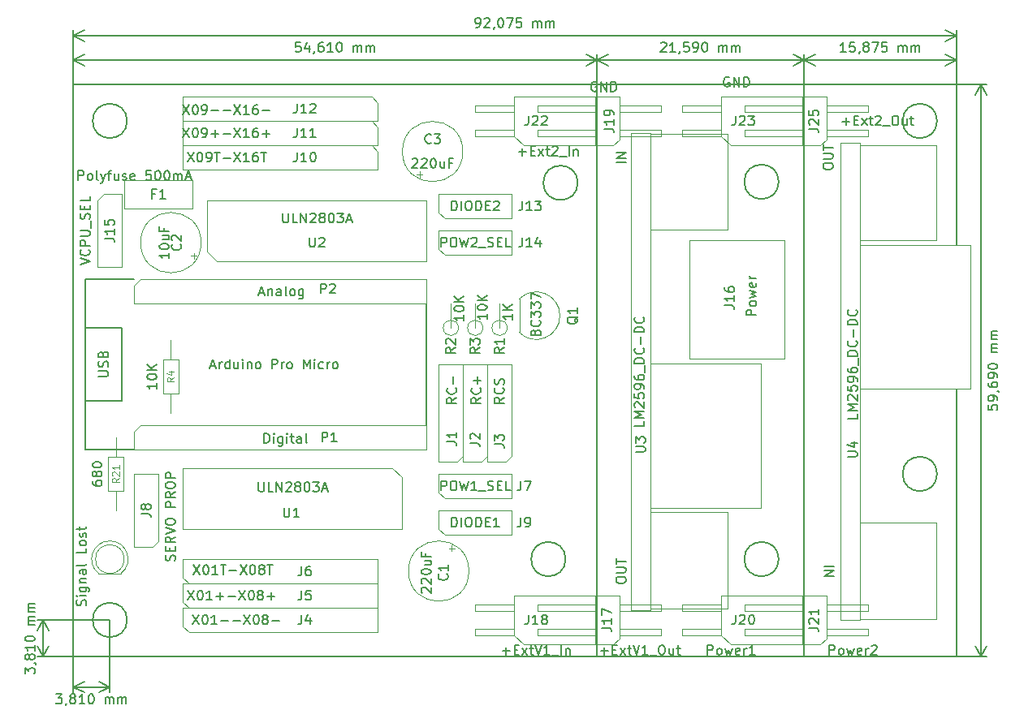
<source format=gbr>
G04 #@! TF.GenerationSoftware,KiCad,Pcbnew,(5.1.5)-3*
G04 #@! TF.CreationDate,2020-05-24T17:55:25+02:00*
G04 #@! TF.ProjectId,MultiSwitch_Sw16_ProMicro,4d756c74-6953-4776-9974-63685f537731,V1.0*
G04 #@! TF.SameCoordinates,Original*
G04 #@! TF.FileFunction,Other,Fab,Top*
%FSLAX46Y46*%
G04 Gerber Fmt 4.6, Leading zero omitted, Abs format (unit mm)*
G04 Created by KiCad (PCBNEW (5.1.5)-3) date 2020-05-24 17:55:25*
%MOMM*%
%LPD*%
G04 APERTURE LIST*
%ADD10C,0.150000*%
%ADD11C,0.100000*%
%ADD12C,0.120000*%
%ADD13C,0.108000*%
G04 APERTURE END LIST*
D10*
X106737380Y-132619285D02*
X106737380Y-132000238D01*
X107118333Y-132333571D01*
X107118333Y-132190714D01*
X107165952Y-132095476D01*
X107213571Y-132047857D01*
X107308809Y-132000238D01*
X107546904Y-132000238D01*
X107642142Y-132047857D01*
X107689761Y-132095476D01*
X107737380Y-132190714D01*
X107737380Y-132476428D01*
X107689761Y-132571666D01*
X107642142Y-132619285D01*
X107689761Y-131524047D02*
X107737380Y-131524047D01*
X107832619Y-131571666D01*
X107880238Y-131619285D01*
X107165952Y-130952619D02*
X107118333Y-131047857D01*
X107070714Y-131095476D01*
X106975476Y-131143095D01*
X106927857Y-131143095D01*
X106832619Y-131095476D01*
X106785000Y-131047857D01*
X106737380Y-130952619D01*
X106737380Y-130762142D01*
X106785000Y-130666904D01*
X106832619Y-130619285D01*
X106927857Y-130571666D01*
X106975476Y-130571666D01*
X107070714Y-130619285D01*
X107118333Y-130666904D01*
X107165952Y-130762142D01*
X107165952Y-130952619D01*
X107213571Y-131047857D01*
X107261190Y-131095476D01*
X107356428Y-131143095D01*
X107546904Y-131143095D01*
X107642142Y-131095476D01*
X107689761Y-131047857D01*
X107737380Y-130952619D01*
X107737380Y-130762142D01*
X107689761Y-130666904D01*
X107642142Y-130619285D01*
X107546904Y-130571666D01*
X107356428Y-130571666D01*
X107261190Y-130619285D01*
X107213571Y-130666904D01*
X107165952Y-130762142D01*
X107737380Y-129619285D02*
X107737380Y-130190714D01*
X107737380Y-129905000D02*
X106737380Y-129905000D01*
X106880238Y-130000238D01*
X106975476Y-130095476D01*
X107023095Y-130190714D01*
X106737380Y-129000238D02*
X106737380Y-128905000D01*
X106785000Y-128809761D01*
X106832619Y-128762142D01*
X106927857Y-128714523D01*
X107118333Y-128666904D01*
X107356428Y-128666904D01*
X107546904Y-128714523D01*
X107642142Y-128762142D01*
X107689761Y-128809761D01*
X107737380Y-128905000D01*
X107737380Y-129000238D01*
X107689761Y-129095476D01*
X107642142Y-129143095D01*
X107546904Y-129190714D01*
X107356428Y-129238333D01*
X107118333Y-129238333D01*
X106927857Y-129190714D01*
X106832619Y-129143095D01*
X106785000Y-129095476D01*
X106737380Y-129000238D01*
X107737380Y-127476428D02*
X107070714Y-127476428D01*
X107165952Y-127476428D02*
X107118333Y-127428809D01*
X107070714Y-127333571D01*
X107070714Y-127190714D01*
X107118333Y-127095476D01*
X107213571Y-127047857D01*
X107737380Y-127047857D01*
X107213571Y-127047857D02*
X107118333Y-127000238D01*
X107070714Y-126905000D01*
X107070714Y-126762142D01*
X107118333Y-126666904D01*
X107213571Y-126619285D01*
X107737380Y-126619285D01*
X107737380Y-126143095D02*
X107070714Y-126143095D01*
X107165952Y-126143095D02*
X107118333Y-126095476D01*
X107070714Y-126000238D01*
X107070714Y-125857380D01*
X107118333Y-125762142D01*
X107213571Y-125714523D01*
X107737380Y-125714523D01*
X107213571Y-125714523D02*
X107118333Y-125666904D01*
X107070714Y-125571666D01*
X107070714Y-125428809D01*
X107118333Y-125333571D01*
X107213571Y-125285952D01*
X107737380Y-125285952D01*
X108585000Y-130810000D02*
X108585000Y-127000000D01*
X115570000Y-130810000D02*
X107998579Y-130810000D01*
X115570000Y-127000000D02*
X107998579Y-127000000D01*
X108585000Y-127000000D02*
X109171421Y-128126504D01*
X108585000Y-127000000D02*
X107998579Y-128126504D01*
X108585000Y-130810000D02*
X109171421Y-129683496D01*
X108585000Y-130810000D02*
X107998579Y-129683496D01*
X109950714Y-134737380D02*
X110569761Y-134737380D01*
X110236428Y-135118333D01*
X110379285Y-135118333D01*
X110474523Y-135165952D01*
X110522142Y-135213571D01*
X110569761Y-135308809D01*
X110569761Y-135546904D01*
X110522142Y-135642142D01*
X110474523Y-135689761D01*
X110379285Y-135737380D01*
X110093571Y-135737380D01*
X109998333Y-135689761D01*
X109950714Y-135642142D01*
X111045952Y-135689761D02*
X111045952Y-135737380D01*
X110998333Y-135832619D01*
X110950714Y-135880238D01*
X111617380Y-135165952D02*
X111522142Y-135118333D01*
X111474523Y-135070714D01*
X111426904Y-134975476D01*
X111426904Y-134927857D01*
X111474523Y-134832619D01*
X111522142Y-134785000D01*
X111617380Y-134737380D01*
X111807857Y-134737380D01*
X111903095Y-134785000D01*
X111950714Y-134832619D01*
X111998333Y-134927857D01*
X111998333Y-134975476D01*
X111950714Y-135070714D01*
X111903095Y-135118333D01*
X111807857Y-135165952D01*
X111617380Y-135165952D01*
X111522142Y-135213571D01*
X111474523Y-135261190D01*
X111426904Y-135356428D01*
X111426904Y-135546904D01*
X111474523Y-135642142D01*
X111522142Y-135689761D01*
X111617380Y-135737380D01*
X111807857Y-135737380D01*
X111903095Y-135689761D01*
X111950714Y-135642142D01*
X111998333Y-135546904D01*
X111998333Y-135356428D01*
X111950714Y-135261190D01*
X111903095Y-135213571D01*
X111807857Y-135165952D01*
X112950714Y-135737380D02*
X112379285Y-135737380D01*
X112665000Y-135737380D02*
X112665000Y-134737380D01*
X112569761Y-134880238D01*
X112474523Y-134975476D01*
X112379285Y-135023095D01*
X113569761Y-134737380D02*
X113665000Y-134737380D01*
X113760238Y-134785000D01*
X113807857Y-134832619D01*
X113855476Y-134927857D01*
X113903095Y-135118333D01*
X113903095Y-135356428D01*
X113855476Y-135546904D01*
X113807857Y-135642142D01*
X113760238Y-135689761D01*
X113665000Y-135737380D01*
X113569761Y-135737380D01*
X113474523Y-135689761D01*
X113426904Y-135642142D01*
X113379285Y-135546904D01*
X113331666Y-135356428D01*
X113331666Y-135118333D01*
X113379285Y-134927857D01*
X113426904Y-134832619D01*
X113474523Y-134785000D01*
X113569761Y-134737380D01*
X115093571Y-135737380D02*
X115093571Y-135070714D01*
X115093571Y-135165952D02*
X115141190Y-135118333D01*
X115236428Y-135070714D01*
X115379285Y-135070714D01*
X115474523Y-135118333D01*
X115522142Y-135213571D01*
X115522142Y-135737380D01*
X115522142Y-135213571D02*
X115569761Y-135118333D01*
X115665000Y-135070714D01*
X115807857Y-135070714D01*
X115903095Y-135118333D01*
X115950714Y-135213571D01*
X115950714Y-135737380D01*
X116426904Y-135737380D02*
X116426904Y-135070714D01*
X116426904Y-135165952D02*
X116474523Y-135118333D01*
X116569761Y-135070714D01*
X116712619Y-135070714D01*
X116807857Y-135118333D01*
X116855476Y-135213571D01*
X116855476Y-135737380D01*
X116855476Y-135213571D02*
X116903095Y-135118333D01*
X116998333Y-135070714D01*
X117141190Y-135070714D01*
X117236428Y-135118333D01*
X117284047Y-135213571D01*
X117284047Y-135737380D01*
X115570000Y-133985000D02*
X111760000Y-133985000D01*
X115570000Y-127000000D02*
X115570000Y-134571421D01*
X111760000Y-127000000D02*
X111760000Y-134571421D01*
X111760000Y-133985000D02*
X112886504Y-133398579D01*
X111760000Y-133985000D02*
X112886504Y-134571421D01*
X115570000Y-133985000D02*
X114443496Y-133398579D01*
X115570000Y-133985000D02*
X114443496Y-134571421D01*
X207127380Y-104584047D02*
X207127380Y-105060238D01*
X207603571Y-105107857D01*
X207555952Y-105060238D01*
X207508333Y-104965000D01*
X207508333Y-104726904D01*
X207555952Y-104631666D01*
X207603571Y-104584047D01*
X207698809Y-104536428D01*
X207936904Y-104536428D01*
X208032142Y-104584047D01*
X208079761Y-104631666D01*
X208127380Y-104726904D01*
X208127380Y-104965000D01*
X208079761Y-105060238D01*
X208032142Y-105107857D01*
X208127380Y-104060238D02*
X208127380Y-103869761D01*
X208079761Y-103774523D01*
X208032142Y-103726904D01*
X207889285Y-103631666D01*
X207698809Y-103584047D01*
X207317857Y-103584047D01*
X207222619Y-103631666D01*
X207175000Y-103679285D01*
X207127380Y-103774523D01*
X207127380Y-103965000D01*
X207175000Y-104060238D01*
X207222619Y-104107857D01*
X207317857Y-104155476D01*
X207555952Y-104155476D01*
X207651190Y-104107857D01*
X207698809Y-104060238D01*
X207746428Y-103965000D01*
X207746428Y-103774523D01*
X207698809Y-103679285D01*
X207651190Y-103631666D01*
X207555952Y-103584047D01*
X208079761Y-103107857D02*
X208127380Y-103107857D01*
X208222619Y-103155476D01*
X208270238Y-103203095D01*
X207127380Y-102250714D02*
X207127380Y-102441190D01*
X207175000Y-102536428D01*
X207222619Y-102584047D01*
X207365476Y-102679285D01*
X207555952Y-102726904D01*
X207936904Y-102726904D01*
X208032142Y-102679285D01*
X208079761Y-102631666D01*
X208127380Y-102536428D01*
X208127380Y-102345952D01*
X208079761Y-102250714D01*
X208032142Y-102203095D01*
X207936904Y-102155476D01*
X207698809Y-102155476D01*
X207603571Y-102203095D01*
X207555952Y-102250714D01*
X207508333Y-102345952D01*
X207508333Y-102536428D01*
X207555952Y-102631666D01*
X207603571Y-102679285D01*
X207698809Y-102726904D01*
X208127380Y-101679285D02*
X208127380Y-101488809D01*
X208079761Y-101393571D01*
X208032142Y-101345952D01*
X207889285Y-101250714D01*
X207698809Y-101203095D01*
X207317857Y-101203095D01*
X207222619Y-101250714D01*
X207175000Y-101298333D01*
X207127380Y-101393571D01*
X207127380Y-101584047D01*
X207175000Y-101679285D01*
X207222619Y-101726904D01*
X207317857Y-101774523D01*
X207555952Y-101774523D01*
X207651190Y-101726904D01*
X207698809Y-101679285D01*
X207746428Y-101584047D01*
X207746428Y-101393571D01*
X207698809Y-101298333D01*
X207651190Y-101250714D01*
X207555952Y-101203095D01*
X207127380Y-100584047D02*
X207127380Y-100488809D01*
X207175000Y-100393571D01*
X207222619Y-100345952D01*
X207317857Y-100298333D01*
X207508333Y-100250714D01*
X207746428Y-100250714D01*
X207936904Y-100298333D01*
X208032142Y-100345952D01*
X208079761Y-100393571D01*
X208127380Y-100488809D01*
X208127380Y-100584047D01*
X208079761Y-100679285D01*
X208032142Y-100726904D01*
X207936904Y-100774523D01*
X207746428Y-100822142D01*
X207508333Y-100822142D01*
X207317857Y-100774523D01*
X207222619Y-100726904D01*
X207175000Y-100679285D01*
X207127380Y-100584047D01*
X208127380Y-99060238D02*
X207460714Y-99060238D01*
X207555952Y-99060238D02*
X207508333Y-99012619D01*
X207460714Y-98917380D01*
X207460714Y-98774523D01*
X207508333Y-98679285D01*
X207603571Y-98631666D01*
X208127380Y-98631666D01*
X207603571Y-98631666D02*
X207508333Y-98584047D01*
X207460714Y-98488809D01*
X207460714Y-98345952D01*
X207508333Y-98250714D01*
X207603571Y-98203095D01*
X208127380Y-98203095D01*
X208127380Y-97726904D02*
X207460714Y-97726904D01*
X207555952Y-97726904D02*
X207508333Y-97679285D01*
X207460714Y-97584047D01*
X207460714Y-97441190D01*
X207508333Y-97345952D01*
X207603571Y-97298333D01*
X208127380Y-97298333D01*
X207603571Y-97298333D02*
X207508333Y-97250714D01*
X207460714Y-97155476D01*
X207460714Y-97012619D01*
X207508333Y-96917380D01*
X207603571Y-96869761D01*
X208127380Y-96869761D01*
X206375000Y-130810000D02*
X206375000Y-71120000D01*
X203835000Y-130810000D02*
X206961421Y-130810000D01*
X203835000Y-71120000D02*
X206961421Y-71120000D01*
X206375000Y-71120000D02*
X206961421Y-72246504D01*
X206375000Y-71120000D02*
X205788579Y-72246504D01*
X206375000Y-130810000D02*
X206961421Y-129683496D01*
X206375000Y-130810000D02*
X205788579Y-129683496D01*
X114387380Y-101591904D02*
X115196904Y-101591904D01*
X115292142Y-101544285D01*
X115339761Y-101496666D01*
X115387380Y-101401428D01*
X115387380Y-101210952D01*
X115339761Y-101115714D01*
X115292142Y-101068095D01*
X115196904Y-101020476D01*
X114387380Y-101020476D01*
X115339761Y-100591904D02*
X115387380Y-100449047D01*
X115387380Y-100210952D01*
X115339761Y-100115714D01*
X115292142Y-100068095D01*
X115196904Y-100020476D01*
X115101666Y-100020476D01*
X115006428Y-100068095D01*
X114958809Y-100115714D01*
X114911190Y-100210952D01*
X114863571Y-100401428D01*
X114815952Y-100496666D01*
X114768333Y-100544285D01*
X114673095Y-100591904D01*
X114577857Y-100591904D01*
X114482619Y-100544285D01*
X114435000Y-100496666D01*
X114387380Y-100401428D01*
X114387380Y-100163333D01*
X114435000Y-100020476D01*
X114863571Y-99258571D02*
X114911190Y-99115714D01*
X114958809Y-99068095D01*
X115054047Y-99020476D01*
X115196904Y-99020476D01*
X115292142Y-99068095D01*
X115339761Y-99115714D01*
X115387380Y-99210952D01*
X115387380Y-99591904D01*
X114387380Y-99591904D01*
X114387380Y-99258571D01*
X114435000Y-99163333D01*
X114482619Y-99115714D01*
X114577857Y-99068095D01*
X114673095Y-99068095D01*
X114768333Y-99115714D01*
X114815952Y-99163333D01*
X114863571Y-99258571D01*
X114863571Y-99591904D01*
X126095952Y-100496666D02*
X126572142Y-100496666D01*
X126000714Y-100782380D02*
X126334047Y-99782380D01*
X126667380Y-100782380D01*
X127000714Y-100782380D02*
X127000714Y-100115714D01*
X127000714Y-100306190D02*
X127048333Y-100210952D01*
X127095952Y-100163333D01*
X127191190Y-100115714D01*
X127286428Y-100115714D01*
X128048333Y-100782380D02*
X128048333Y-99782380D01*
X128048333Y-100734761D02*
X127953095Y-100782380D01*
X127762619Y-100782380D01*
X127667380Y-100734761D01*
X127619761Y-100687142D01*
X127572142Y-100591904D01*
X127572142Y-100306190D01*
X127619761Y-100210952D01*
X127667380Y-100163333D01*
X127762619Y-100115714D01*
X127953095Y-100115714D01*
X128048333Y-100163333D01*
X128953095Y-100115714D02*
X128953095Y-100782380D01*
X128524523Y-100115714D02*
X128524523Y-100639523D01*
X128572142Y-100734761D01*
X128667380Y-100782380D01*
X128810238Y-100782380D01*
X128905476Y-100734761D01*
X128953095Y-100687142D01*
X129429285Y-100782380D02*
X129429285Y-100115714D01*
X129429285Y-99782380D02*
X129381666Y-99830000D01*
X129429285Y-99877619D01*
X129476904Y-99830000D01*
X129429285Y-99782380D01*
X129429285Y-99877619D01*
X129905476Y-100115714D02*
X129905476Y-100782380D01*
X129905476Y-100210952D02*
X129953095Y-100163333D01*
X130048333Y-100115714D01*
X130191190Y-100115714D01*
X130286428Y-100163333D01*
X130334047Y-100258571D01*
X130334047Y-100782380D01*
X130953095Y-100782380D02*
X130857857Y-100734761D01*
X130810238Y-100687142D01*
X130762619Y-100591904D01*
X130762619Y-100306190D01*
X130810238Y-100210952D01*
X130857857Y-100163333D01*
X130953095Y-100115714D01*
X131095952Y-100115714D01*
X131191190Y-100163333D01*
X131238809Y-100210952D01*
X131286428Y-100306190D01*
X131286428Y-100591904D01*
X131238809Y-100687142D01*
X131191190Y-100734761D01*
X131095952Y-100782380D01*
X130953095Y-100782380D01*
X132476904Y-100782380D02*
X132476904Y-99782380D01*
X132857857Y-99782380D01*
X132953095Y-99830000D01*
X133000714Y-99877619D01*
X133048333Y-99972857D01*
X133048333Y-100115714D01*
X133000714Y-100210952D01*
X132953095Y-100258571D01*
X132857857Y-100306190D01*
X132476904Y-100306190D01*
X133476904Y-100782380D02*
X133476904Y-100115714D01*
X133476904Y-100306190D02*
X133524523Y-100210952D01*
X133572142Y-100163333D01*
X133667380Y-100115714D01*
X133762619Y-100115714D01*
X134238809Y-100782380D02*
X134143571Y-100734761D01*
X134095952Y-100687142D01*
X134048333Y-100591904D01*
X134048333Y-100306190D01*
X134095952Y-100210952D01*
X134143571Y-100163333D01*
X134238809Y-100115714D01*
X134381666Y-100115714D01*
X134476904Y-100163333D01*
X134524523Y-100210952D01*
X134572142Y-100306190D01*
X134572142Y-100591904D01*
X134524523Y-100687142D01*
X134476904Y-100734761D01*
X134381666Y-100782380D01*
X134238809Y-100782380D01*
X135762619Y-100782380D02*
X135762619Y-99782380D01*
X136095952Y-100496666D01*
X136429285Y-99782380D01*
X136429285Y-100782380D01*
X136905476Y-100782380D02*
X136905476Y-100115714D01*
X136905476Y-99782380D02*
X136857857Y-99830000D01*
X136905476Y-99877619D01*
X136953095Y-99830000D01*
X136905476Y-99782380D01*
X136905476Y-99877619D01*
X137810238Y-100734761D02*
X137715000Y-100782380D01*
X137524523Y-100782380D01*
X137429285Y-100734761D01*
X137381666Y-100687142D01*
X137334047Y-100591904D01*
X137334047Y-100306190D01*
X137381666Y-100210952D01*
X137429285Y-100163333D01*
X137524523Y-100115714D01*
X137715000Y-100115714D01*
X137810238Y-100163333D01*
X138238809Y-100782380D02*
X138238809Y-100115714D01*
X138238809Y-100306190D02*
X138286428Y-100210952D01*
X138334047Y-100163333D01*
X138429285Y-100115714D01*
X138524523Y-100115714D01*
X139000714Y-100782380D02*
X138905476Y-100734761D01*
X138857857Y-100687142D01*
X138810238Y-100591904D01*
X138810238Y-100306190D01*
X138857857Y-100210952D01*
X138905476Y-100163333D01*
X139000714Y-100115714D01*
X139143571Y-100115714D01*
X139238809Y-100163333D01*
X139286428Y-100210952D01*
X139334047Y-100306190D01*
X139334047Y-100591904D01*
X139286428Y-100687142D01*
X139238809Y-100734761D01*
X139143571Y-100782380D01*
X139000714Y-100782380D01*
X148590000Y-106680000D02*
X148590000Y-93980000D01*
X201821051Y-74930000D02*
G75*
G03X201821051Y-74930000I-1796051J0D01*
G01*
X116840000Y-104140000D02*
X113030000Y-104140000D01*
X116840000Y-96520000D02*
X116840000Y-104140000D01*
X113030000Y-96520000D02*
X116840000Y-96520000D01*
X113030000Y-91440000D02*
X118110000Y-91440000D01*
X113030000Y-109220000D02*
X113030000Y-91440000D01*
X118110000Y-109220000D02*
X113030000Y-109220000D01*
X201821051Y-111760000D02*
G75*
G03X201821051Y-111760000I-1796051J0D01*
G01*
X185311051Y-120650000D02*
G75*
G03X185311051Y-120650000I-1796051J0D01*
G01*
X185311051Y-81280000D02*
G75*
G03X185311051Y-81280000I-1796051J0D01*
G01*
X164356051Y-81388949D02*
G75*
G03X164356051Y-81388949I-1796051J0D01*
G01*
X163086051Y-120650000D02*
G75*
G03X163086051Y-120650000I-1796051J0D01*
G01*
X117366051Y-127000000D02*
G75*
G03X117366051Y-127000000I-1796051J0D01*
G01*
X117366051Y-74930000D02*
G75*
G03X117366051Y-74930000I-1796051J0D01*
G01*
X203835000Y-87630000D02*
X203835000Y-87884000D01*
X203835000Y-87630000D02*
X203835000Y-71120000D01*
X203835000Y-130810000D02*
X203835000Y-102870000D01*
X153749880Y-65192381D02*
X153940357Y-65192381D01*
X154035595Y-65144762D01*
X154083214Y-65097143D01*
X154178452Y-64954286D01*
X154226071Y-64763810D01*
X154226071Y-64382858D01*
X154178452Y-64287620D01*
X154130833Y-64240001D01*
X154035595Y-64192381D01*
X153845119Y-64192381D01*
X153749880Y-64240001D01*
X153702261Y-64287620D01*
X153654642Y-64382858D01*
X153654642Y-64620953D01*
X153702261Y-64716191D01*
X153749880Y-64763810D01*
X153845119Y-64811429D01*
X154035595Y-64811429D01*
X154130833Y-64763810D01*
X154178452Y-64716191D01*
X154226071Y-64620953D01*
X154607023Y-64287620D02*
X154654642Y-64240001D01*
X154749880Y-64192381D01*
X154987976Y-64192381D01*
X155083214Y-64240001D01*
X155130833Y-64287620D01*
X155178452Y-64382858D01*
X155178452Y-64478096D01*
X155130833Y-64620953D01*
X154559404Y-65192381D01*
X155178452Y-65192381D01*
X155654642Y-65144762D02*
X155654642Y-65192381D01*
X155607023Y-65287620D01*
X155559404Y-65335239D01*
X156273690Y-64192381D02*
X156368928Y-64192381D01*
X156464166Y-64240001D01*
X156511785Y-64287620D01*
X156559404Y-64382858D01*
X156607023Y-64573334D01*
X156607023Y-64811429D01*
X156559404Y-65001905D01*
X156511785Y-65097143D01*
X156464166Y-65144762D01*
X156368928Y-65192381D01*
X156273690Y-65192381D01*
X156178452Y-65144762D01*
X156130833Y-65097143D01*
X156083214Y-65001905D01*
X156035595Y-64811429D01*
X156035595Y-64573334D01*
X156083214Y-64382858D01*
X156130833Y-64287620D01*
X156178452Y-64240001D01*
X156273690Y-64192381D01*
X156940357Y-64192381D02*
X157607023Y-64192381D01*
X157178452Y-65192381D01*
X158464166Y-64192381D02*
X157987976Y-64192381D01*
X157940357Y-64668572D01*
X157987976Y-64620953D01*
X158083214Y-64573334D01*
X158321309Y-64573334D01*
X158416547Y-64620953D01*
X158464166Y-64668572D01*
X158511785Y-64763810D01*
X158511785Y-65001905D01*
X158464166Y-65097143D01*
X158416547Y-65144762D01*
X158321309Y-65192381D01*
X158083214Y-65192381D01*
X157987976Y-65144762D01*
X157940357Y-65097143D01*
X159702261Y-65192381D02*
X159702261Y-64525715D01*
X159702261Y-64620953D02*
X159749880Y-64573334D01*
X159845119Y-64525715D01*
X159987976Y-64525715D01*
X160083214Y-64573334D01*
X160130833Y-64668572D01*
X160130833Y-65192381D01*
X160130833Y-64668572D02*
X160178452Y-64573334D01*
X160273690Y-64525715D01*
X160416547Y-64525715D01*
X160511785Y-64573334D01*
X160559404Y-64668572D01*
X160559404Y-65192381D01*
X161035595Y-65192381D02*
X161035595Y-64525715D01*
X161035595Y-64620953D02*
X161083214Y-64573334D01*
X161178452Y-64525715D01*
X161321309Y-64525715D01*
X161416547Y-64573334D01*
X161464166Y-64668572D01*
X161464166Y-65192381D01*
X161464166Y-64668572D02*
X161511785Y-64573334D01*
X161607023Y-64525715D01*
X161749880Y-64525715D01*
X161845119Y-64573334D01*
X161892738Y-64668572D01*
X161892738Y-65192381D01*
X203835000Y-66040001D02*
X111760000Y-66040001D01*
X203835000Y-71120000D02*
X203835000Y-65453580D01*
X111760000Y-71120000D02*
X111760000Y-65453580D01*
X111760000Y-66040001D02*
X112886504Y-65453580D01*
X111760000Y-66040001D02*
X112886504Y-66626422D01*
X203835000Y-66040001D02*
X202708496Y-65453580D01*
X203835000Y-66040001D02*
X202708496Y-66626422D01*
X192326071Y-67732380D02*
X191754642Y-67732380D01*
X192040357Y-67732380D02*
X192040357Y-66732380D01*
X191945119Y-66875238D01*
X191849880Y-66970476D01*
X191754642Y-67018095D01*
X193230833Y-66732380D02*
X192754642Y-66732380D01*
X192707023Y-67208571D01*
X192754642Y-67160952D01*
X192849880Y-67113333D01*
X193087976Y-67113333D01*
X193183214Y-67160952D01*
X193230833Y-67208571D01*
X193278452Y-67303809D01*
X193278452Y-67541904D01*
X193230833Y-67637142D01*
X193183214Y-67684761D01*
X193087976Y-67732380D01*
X192849880Y-67732380D01*
X192754642Y-67684761D01*
X192707023Y-67637142D01*
X193754642Y-67684761D02*
X193754642Y-67732380D01*
X193707023Y-67827619D01*
X193659404Y-67875238D01*
X194326071Y-67160952D02*
X194230833Y-67113333D01*
X194183214Y-67065714D01*
X194135595Y-66970476D01*
X194135595Y-66922857D01*
X194183214Y-66827619D01*
X194230833Y-66780000D01*
X194326071Y-66732380D01*
X194516547Y-66732380D01*
X194611785Y-66780000D01*
X194659404Y-66827619D01*
X194707023Y-66922857D01*
X194707023Y-66970476D01*
X194659404Y-67065714D01*
X194611785Y-67113333D01*
X194516547Y-67160952D01*
X194326071Y-67160952D01*
X194230833Y-67208571D01*
X194183214Y-67256190D01*
X194135595Y-67351428D01*
X194135595Y-67541904D01*
X194183214Y-67637142D01*
X194230833Y-67684761D01*
X194326071Y-67732380D01*
X194516547Y-67732380D01*
X194611785Y-67684761D01*
X194659404Y-67637142D01*
X194707023Y-67541904D01*
X194707023Y-67351428D01*
X194659404Y-67256190D01*
X194611785Y-67208571D01*
X194516547Y-67160952D01*
X195040357Y-66732380D02*
X195707023Y-66732380D01*
X195278452Y-67732380D01*
X196564166Y-66732380D02*
X196087976Y-66732380D01*
X196040357Y-67208571D01*
X196087976Y-67160952D01*
X196183214Y-67113333D01*
X196421309Y-67113333D01*
X196516547Y-67160952D01*
X196564166Y-67208571D01*
X196611785Y-67303809D01*
X196611785Y-67541904D01*
X196564166Y-67637142D01*
X196516547Y-67684761D01*
X196421309Y-67732380D01*
X196183214Y-67732380D01*
X196087976Y-67684761D01*
X196040357Y-67637142D01*
X197802261Y-67732380D02*
X197802261Y-67065714D01*
X197802261Y-67160952D02*
X197849880Y-67113333D01*
X197945119Y-67065714D01*
X198087976Y-67065714D01*
X198183214Y-67113333D01*
X198230833Y-67208571D01*
X198230833Y-67732380D01*
X198230833Y-67208571D02*
X198278452Y-67113333D01*
X198373690Y-67065714D01*
X198516547Y-67065714D01*
X198611785Y-67113333D01*
X198659404Y-67208571D01*
X198659404Y-67732380D01*
X199135595Y-67732380D02*
X199135595Y-67065714D01*
X199135595Y-67160952D02*
X199183214Y-67113333D01*
X199278452Y-67065714D01*
X199421309Y-67065714D01*
X199516547Y-67113333D01*
X199564166Y-67208571D01*
X199564166Y-67732380D01*
X199564166Y-67208571D02*
X199611785Y-67113333D01*
X199707023Y-67065714D01*
X199849880Y-67065714D01*
X199945119Y-67113333D01*
X199992738Y-67208571D01*
X199992738Y-67732380D01*
X187960000Y-68580000D02*
X203835000Y-68580000D01*
X187960000Y-71120000D02*
X187960000Y-67993579D01*
X203835000Y-71120000D02*
X203835000Y-67993579D01*
X203835000Y-68580000D02*
X202708496Y-69166421D01*
X203835000Y-68580000D02*
X202708496Y-67993579D01*
X187960000Y-68580000D02*
X189086504Y-69166421D01*
X187960000Y-68580000D02*
X189086504Y-67993579D01*
X167640000Y-130810000D02*
X203835000Y-130810000D01*
X203835000Y-71120000D02*
X166370000Y-71120000D01*
X173022142Y-66827619D02*
X173069761Y-66780000D01*
X173165000Y-66732380D01*
X173403095Y-66732380D01*
X173498333Y-66780000D01*
X173545952Y-66827619D01*
X173593571Y-66922857D01*
X173593571Y-67018095D01*
X173545952Y-67160952D01*
X172974523Y-67732380D01*
X173593571Y-67732380D01*
X174545952Y-67732380D02*
X173974523Y-67732380D01*
X174260238Y-67732380D02*
X174260238Y-66732380D01*
X174165000Y-66875238D01*
X174069761Y-66970476D01*
X173974523Y-67018095D01*
X175022142Y-67684761D02*
X175022142Y-67732380D01*
X174974523Y-67827619D01*
X174926904Y-67875238D01*
X175926904Y-66732380D02*
X175450714Y-66732380D01*
X175403095Y-67208571D01*
X175450714Y-67160952D01*
X175545952Y-67113333D01*
X175784047Y-67113333D01*
X175879285Y-67160952D01*
X175926904Y-67208571D01*
X175974523Y-67303809D01*
X175974523Y-67541904D01*
X175926904Y-67637142D01*
X175879285Y-67684761D01*
X175784047Y-67732380D01*
X175545952Y-67732380D01*
X175450714Y-67684761D01*
X175403095Y-67637142D01*
X176450714Y-67732380D02*
X176641190Y-67732380D01*
X176736428Y-67684761D01*
X176784047Y-67637142D01*
X176879285Y-67494285D01*
X176926904Y-67303809D01*
X176926904Y-66922857D01*
X176879285Y-66827619D01*
X176831666Y-66780000D01*
X176736428Y-66732380D01*
X176545952Y-66732380D01*
X176450714Y-66780000D01*
X176403095Y-66827619D01*
X176355476Y-66922857D01*
X176355476Y-67160952D01*
X176403095Y-67256190D01*
X176450714Y-67303809D01*
X176545952Y-67351428D01*
X176736428Y-67351428D01*
X176831666Y-67303809D01*
X176879285Y-67256190D01*
X176926904Y-67160952D01*
X177545952Y-66732380D02*
X177641190Y-66732380D01*
X177736428Y-66780000D01*
X177784047Y-66827619D01*
X177831666Y-66922857D01*
X177879285Y-67113333D01*
X177879285Y-67351428D01*
X177831666Y-67541904D01*
X177784047Y-67637142D01*
X177736428Y-67684761D01*
X177641190Y-67732380D01*
X177545952Y-67732380D01*
X177450714Y-67684761D01*
X177403095Y-67637142D01*
X177355476Y-67541904D01*
X177307857Y-67351428D01*
X177307857Y-67113333D01*
X177355476Y-66922857D01*
X177403095Y-66827619D01*
X177450714Y-66780000D01*
X177545952Y-66732380D01*
X179069761Y-67732380D02*
X179069761Y-67065714D01*
X179069761Y-67160952D02*
X179117380Y-67113333D01*
X179212619Y-67065714D01*
X179355476Y-67065714D01*
X179450714Y-67113333D01*
X179498333Y-67208571D01*
X179498333Y-67732380D01*
X179498333Y-67208571D02*
X179545952Y-67113333D01*
X179641190Y-67065714D01*
X179784047Y-67065714D01*
X179879285Y-67113333D01*
X179926904Y-67208571D01*
X179926904Y-67732380D01*
X180403095Y-67732380D02*
X180403095Y-67065714D01*
X180403095Y-67160952D02*
X180450714Y-67113333D01*
X180545952Y-67065714D01*
X180688809Y-67065714D01*
X180784047Y-67113333D01*
X180831666Y-67208571D01*
X180831666Y-67732380D01*
X180831666Y-67208571D02*
X180879285Y-67113333D01*
X180974523Y-67065714D01*
X181117380Y-67065714D01*
X181212619Y-67113333D01*
X181260238Y-67208571D01*
X181260238Y-67732380D01*
X166370000Y-68580000D02*
X187960000Y-68580000D01*
X166370000Y-71120000D02*
X166370000Y-67993579D01*
X187960000Y-71120000D02*
X187960000Y-67993579D01*
X187960000Y-68580000D02*
X186833496Y-69166421D01*
X187960000Y-68580000D02*
X186833496Y-67993579D01*
X166370000Y-68580000D02*
X167496504Y-69166421D01*
X166370000Y-68580000D02*
X167496504Y-67993579D01*
X135445952Y-66732380D02*
X134969761Y-66732380D01*
X134922142Y-67208571D01*
X134969761Y-67160952D01*
X135065000Y-67113333D01*
X135303095Y-67113333D01*
X135398333Y-67160952D01*
X135445952Y-67208571D01*
X135493571Y-67303809D01*
X135493571Y-67541904D01*
X135445952Y-67637142D01*
X135398333Y-67684761D01*
X135303095Y-67732380D01*
X135065000Y-67732380D01*
X134969761Y-67684761D01*
X134922142Y-67637142D01*
X136350714Y-67065714D02*
X136350714Y-67732380D01*
X136112619Y-66684761D02*
X135874523Y-67399047D01*
X136493571Y-67399047D01*
X136922142Y-67684761D02*
X136922142Y-67732380D01*
X136874523Y-67827619D01*
X136826904Y-67875238D01*
X137779285Y-66732380D02*
X137588809Y-66732380D01*
X137493571Y-66780000D01*
X137445952Y-66827619D01*
X137350714Y-66970476D01*
X137303095Y-67160952D01*
X137303095Y-67541904D01*
X137350714Y-67637142D01*
X137398333Y-67684761D01*
X137493571Y-67732380D01*
X137684047Y-67732380D01*
X137779285Y-67684761D01*
X137826904Y-67637142D01*
X137874523Y-67541904D01*
X137874523Y-67303809D01*
X137826904Y-67208571D01*
X137779285Y-67160952D01*
X137684047Y-67113333D01*
X137493571Y-67113333D01*
X137398333Y-67160952D01*
X137350714Y-67208571D01*
X137303095Y-67303809D01*
X138826904Y-67732380D02*
X138255476Y-67732380D01*
X138541190Y-67732380D02*
X138541190Y-66732380D01*
X138445952Y-66875238D01*
X138350714Y-66970476D01*
X138255476Y-67018095D01*
X139445952Y-66732380D02*
X139541190Y-66732380D01*
X139636428Y-66780000D01*
X139684047Y-66827619D01*
X139731666Y-66922857D01*
X139779285Y-67113333D01*
X139779285Y-67351428D01*
X139731666Y-67541904D01*
X139684047Y-67637142D01*
X139636428Y-67684761D01*
X139541190Y-67732380D01*
X139445952Y-67732380D01*
X139350714Y-67684761D01*
X139303095Y-67637142D01*
X139255476Y-67541904D01*
X139207857Y-67351428D01*
X139207857Y-67113333D01*
X139255476Y-66922857D01*
X139303095Y-66827619D01*
X139350714Y-66780000D01*
X139445952Y-66732380D01*
X140969761Y-67732380D02*
X140969761Y-67065714D01*
X140969761Y-67160952D02*
X141017380Y-67113333D01*
X141112619Y-67065714D01*
X141255476Y-67065714D01*
X141350714Y-67113333D01*
X141398333Y-67208571D01*
X141398333Y-67732380D01*
X141398333Y-67208571D02*
X141445952Y-67113333D01*
X141541190Y-67065714D01*
X141684047Y-67065714D01*
X141779285Y-67113333D01*
X141826904Y-67208571D01*
X141826904Y-67732380D01*
X142303095Y-67732380D02*
X142303095Y-67065714D01*
X142303095Y-67160952D02*
X142350714Y-67113333D01*
X142445952Y-67065714D01*
X142588809Y-67065714D01*
X142684047Y-67113333D01*
X142731666Y-67208571D01*
X142731666Y-67732380D01*
X142731666Y-67208571D02*
X142779285Y-67113333D01*
X142874523Y-67065714D01*
X143017380Y-67065714D01*
X143112619Y-67113333D01*
X143160238Y-67208571D01*
X143160238Y-67732380D01*
X111760000Y-68580000D02*
X166370000Y-68580000D01*
X111760000Y-71120000D02*
X111760000Y-67993579D01*
X166370000Y-71120000D02*
X166370000Y-67993579D01*
X166370000Y-68580000D02*
X165243496Y-69166421D01*
X166370000Y-68580000D02*
X165243496Y-67993579D01*
X111760000Y-68580000D02*
X112886504Y-69166421D01*
X111760000Y-68580000D02*
X112886504Y-67993579D01*
X167640000Y-130810000D02*
X111760000Y-130810000D01*
X167640000Y-71120000D02*
X111760000Y-71120000D01*
X187960000Y-71120000D02*
X187960000Y-130810000D01*
X111760000Y-130810000D02*
X111760000Y-71120000D01*
X166370000Y-71120000D02*
X166370000Y-130810000D01*
D11*
X123190000Y-127635000D02*
X123190000Y-125730000D01*
X123190000Y-125730000D02*
X143510000Y-125730000D01*
X143510000Y-125730000D02*
X143510000Y-128270000D01*
X143510000Y-128270000D02*
X123825000Y-128270000D01*
X123825000Y-128270000D02*
X123190000Y-127635000D01*
X123190000Y-125095000D02*
X123190000Y-123190000D01*
X123190000Y-123190000D02*
X143510000Y-123190000D01*
X143510000Y-123190000D02*
X143510000Y-125730000D01*
X143510000Y-125730000D02*
X123825000Y-125730000D01*
X123825000Y-125730000D02*
X123190000Y-125095000D01*
D12*
X193770000Y-123444000D02*
X193770000Y-120396000D01*
X191738000Y-120396000D02*
X191738000Y-123444000D01*
X191738000Y-123444000D02*
X191738000Y-127000000D01*
X191738000Y-127000000D02*
X193770000Y-127000000D01*
X193770000Y-127000000D02*
X193770000Y-123444000D01*
X191738000Y-120396000D02*
X191738000Y-82423000D01*
X191738000Y-80264000D02*
X191738000Y-77216000D01*
X191738000Y-77216000D02*
X193770000Y-77216000D01*
X193770000Y-77216000D02*
X193770000Y-79883000D01*
X193770000Y-82677000D02*
X193770000Y-120396000D01*
X193897000Y-116840000D02*
X201771000Y-116840000D01*
X201771000Y-116840000D02*
X201771000Y-126873000D01*
X201771000Y-126873000D02*
X193770000Y-126873000D01*
X193770000Y-102870000D02*
X205327000Y-102870000D01*
X205327000Y-102870000D02*
X205327000Y-87884000D01*
X205327000Y-87884000D02*
X193770000Y-87884000D01*
X193770000Y-87376000D02*
X201771000Y-87376000D01*
X201771000Y-87376000D02*
X201771000Y-77470000D01*
X201771000Y-77470000D02*
X193770000Y-77470000D01*
X191731900Y-82410300D02*
X191731900Y-80251300D01*
X193770000Y-82677000D02*
X193770000Y-79883000D01*
X179966000Y-76280000D02*
X179966000Y-86280000D01*
X179966000Y-86280000D02*
X171966000Y-86280000D01*
X171966000Y-76280000D02*
X179966000Y-76280000D01*
X171966000Y-86280000D02*
X171966000Y-76280000D01*
X179966000Y-125780000D02*
X171966000Y-125780000D01*
X179966000Y-115780000D02*
X179966000Y-125780000D01*
X171966000Y-115780000D02*
X179966000Y-115780000D01*
X171966000Y-125780000D02*
X171966000Y-115780000D01*
X171958000Y-76200000D02*
X171958000Y-125984000D01*
X169926000Y-76200000D02*
X169926000Y-125984000D01*
X171958000Y-125984000D02*
X169926000Y-125984000D01*
X171958000Y-76200000D02*
X169926000Y-76200000D01*
X171966000Y-100280000D02*
X183466000Y-100280000D01*
X183466000Y-100280000D02*
X183466000Y-115280000D01*
X183466000Y-115280000D02*
X171966000Y-115280000D01*
D11*
X166240000Y-77470000D02*
X158700000Y-77470000D01*
X158700000Y-77470000D02*
X157730000Y-76500000D01*
X157730000Y-76500000D02*
X157730000Y-72390000D01*
X157730000Y-72390000D02*
X166240000Y-72390000D01*
X166240000Y-72390000D02*
X166240000Y-77470000D01*
X153670000Y-76500000D02*
X157730000Y-76500000D01*
X157730000Y-75900000D02*
X153670000Y-75900000D01*
X153670000Y-75900000D02*
X153670000Y-76500000D01*
X153670000Y-73960000D02*
X157730000Y-73960000D01*
X157730000Y-73360000D02*
X153670000Y-73360000D01*
X153670000Y-73360000D02*
X153670000Y-73960000D01*
X187830000Y-77470000D02*
X180290000Y-77470000D01*
X180290000Y-77470000D02*
X179320000Y-76500000D01*
X179320000Y-76500000D02*
X179320000Y-72390000D01*
X179320000Y-72390000D02*
X187830000Y-72390000D01*
X187830000Y-72390000D02*
X187830000Y-77470000D01*
X175260000Y-76500000D02*
X179320000Y-76500000D01*
X179320000Y-75900000D02*
X175260000Y-75900000D01*
X175260000Y-75900000D02*
X175260000Y-76500000D01*
X175260000Y-73960000D02*
X179320000Y-73960000D01*
X179320000Y-73360000D02*
X175260000Y-73360000D01*
X175260000Y-73360000D02*
X175260000Y-73960000D01*
D12*
X176022000Y-87376000D02*
X176022000Y-99695000D01*
X185928000Y-87376000D02*
X176022000Y-87376000D01*
X185928000Y-99695000D02*
X185928000Y-87376000D01*
X176022000Y-99695000D02*
X185928000Y-99695000D01*
D11*
X148590000Y-93980000D02*
X118110000Y-93980000D01*
X148590000Y-91440000D02*
X148590000Y-93980000D01*
X118745000Y-91440000D02*
X148590000Y-91440000D01*
X118110000Y-92075000D02*
X118745000Y-91440000D01*
X118110000Y-93980000D02*
X118110000Y-92075000D01*
X148590000Y-109220000D02*
X118110000Y-109220000D01*
X148590000Y-106680000D02*
X148590000Y-109220000D01*
X118745000Y-106680000D02*
X148590000Y-106680000D01*
X118110000Y-107315000D02*
X118745000Y-106680000D01*
X118110000Y-109220000D02*
X118110000Y-107315000D01*
X158270000Y-93480000D02*
X158270000Y-96980000D01*
X158266375Y-97003625D02*
G75*
G03X162500000Y-95250000I1753625J1753625D01*
G01*
X158266375Y-93496375D02*
G75*
G02X162500000Y-95250000I1753625J-1753625D01*
G01*
X146050000Y-112125000D02*
X146050000Y-117475000D01*
X146050000Y-117475000D02*
X123190000Y-117475000D01*
X123190000Y-117475000D02*
X123190000Y-111125000D01*
X123190000Y-111125000D02*
X145050000Y-111125000D01*
X145050000Y-111125000D02*
X146050000Y-112125000D01*
X151765000Y-110490000D02*
X149860000Y-110490000D01*
X149860000Y-110490000D02*
X149860000Y-100330000D01*
X149860000Y-100330000D02*
X152400000Y-100330000D01*
X152400000Y-100330000D02*
X152400000Y-109855000D01*
X152400000Y-109855000D02*
X151765000Y-110490000D01*
X154940000Y-109855000D02*
X154305000Y-110490000D01*
X154940000Y-100330000D02*
X154940000Y-109855000D01*
X152400000Y-100330000D02*
X154940000Y-100330000D01*
X152400000Y-110490000D02*
X152400000Y-100330000D01*
X154305000Y-110490000D02*
X152400000Y-110490000D01*
X156845000Y-110490000D02*
X154940000Y-110490000D01*
X154940000Y-110490000D02*
X154940000Y-100330000D01*
X154940000Y-100330000D02*
X157480000Y-100330000D01*
X157480000Y-100330000D02*
X157480000Y-109855000D01*
X157480000Y-109855000D02*
X156845000Y-110490000D01*
X123825000Y-123190000D02*
X123190000Y-122555000D01*
X143510000Y-123190000D02*
X123825000Y-123190000D01*
X143510000Y-120650000D02*
X143510000Y-123190000D01*
X123190000Y-120650000D02*
X143510000Y-120650000D01*
X123190000Y-122555000D02*
X123190000Y-120650000D01*
X143510000Y-78105000D02*
X143510000Y-80010000D01*
X143510000Y-80010000D02*
X123190000Y-80010000D01*
X123190000Y-80010000D02*
X123190000Y-77470000D01*
X123190000Y-77470000D02*
X142875000Y-77470000D01*
X142875000Y-77470000D02*
X143510000Y-78105000D01*
X142875000Y-74930000D02*
X143510000Y-75565000D01*
X123190000Y-74930000D02*
X142875000Y-74930000D01*
X123190000Y-77470000D02*
X123190000Y-74930000D01*
X143510000Y-77470000D02*
X123190000Y-77470000D01*
X143510000Y-75565000D02*
X143510000Y-77470000D01*
X143510000Y-73025000D02*
X143510000Y-74930000D01*
X143510000Y-74930000D02*
X123190000Y-74930000D01*
X123190000Y-74930000D02*
X123190000Y-72390000D01*
X123190000Y-72390000D02*
X142875000Y-72390000D01*
X142875000Y-72390000D02*
X143510000Y-73025000D01*
X157010000Y-96520000D02*
G75*
G03X157010000Y-96520000I-800000J0D01*
G01*
X156210000Y-96520000D02*
X156210000Y-93980000D01*
X151930000Y-96520000D02*
G75*
G03X151930000Y-96520000I-800000J0D01*
G01*
X151130000Y-96520000D02*
X151130000Y-93980000D01*
X153670000Y-96520000D02*
X153670000Y-93980000D01*
X154470000Y-96520000D02*
G75*
G03X154470000Y-96520000I-800000J0D01*
G01*
X153010000Y-121900000D02*
G75*
G03X153010000Y-121900000I-3150000J0D01*
G01*
X151233500Y-119206028D02*
X151233500Y-119836028D01*
X151548500Y-119521028D02*
X150918500Y-119521028D01*
X150495000Y-85090000D02*
X149860000Y-84455000D01*
X157480000Y-85090000D02*
X150495000Y-85090000D01*
X157480000Y-82550000D02*
X157480000Y-85090000D01*
X149860000Y-82550000D02*
X157480000Y-82550000D01*
X149860000Y-84455000D02*
X149860000Y-82550000D01*
X150495000Y-88900000D02*
X149860000Y-88265000D01*
X157480000Y-88900000D02*
X150495000Y-88900000D01*
X157480000Y-86360000D02*
X157480000Y-88900000D01*
X149860000Y-86360000D02*
X157480000Y-86360000D01*
X149860000Y-88265000D02*
X149860000Y-86360000D01*
X149860000Y-113665000D02*
X149860000Y-111760000D01*
X149860000Y-111760000D02*
X157480000Y-111760000D01*
X157480000Y-111760000D02*
X157480000Y-114300000D01*
X157480000Y-114300000D02*
X150495000Y-114300000D01*
X150495000Y-114300000D02*
X149860000Y-113665000D01*
X149860000Y-117475000D02*
X149860000Y-115570000D01*
X149860000Y-115570000D02*
X157480000Y-115570000D01*
X157480000Y-115570000D02*
X157480000Y-118110000D01*
X157480000Y-118110000D02*
X150495000Y-118110000D01*
X150495000Y-118110000D02*
X149860000Y-117475000D01*
X125730000Y-88535000D02*
X125730000Y-83185000D01*
X125730000Y-83185000D02*
X148590000Y-83185000D01*
X148590000Y-83185000D02*
X148590000Y-89535000D01*
X148590000Y-89535000D02*
X126730000Y-89535000D01*
X126730000Y-89535000D02*
X125730000Y-88535000D01*
X125090000Y-87630000D02*
G75*
G03X125090000Y-87630000I-3150000J0D01*
G01*
X124633972Y-89003500D02*
X124003972Y-89003500D01*
X124318972Y-89318500D02*
X124318972Y-88688500D01*
X152375000Y-78125000D02*
G75*
G03X152375000Y-78125000I-3150000J0D01*
G01*
X147851500Y-80818972D02*
X147851500Y-80188972D01*
X147536500Y-80503972D02*
X148166500Y-80503972D01*
X120650000Y-118745000D02*
X120015000Y-119380000D01*
X120650000Y-111760000D02*
X120650000Y-118745000D01*
X118110000Y-111760000D02*
X120650000Y-111760000D01*
X118110000Y-119380000D02*
X118110000Y-111760000D01*
X120015000Y-119380000D02*
X118110000Y-119380000D01*
X114935000Y-82550000D02*
X116840000Y-82550000D01*
X116840000Y-82550000D02*
X116840000Y-90170000D01*
X116840000Y-90170000D02*
X114300000Y-90170000D01*
X114300000Y-90170000D02*
X114300000Y-83185000D01*
X114300000Y-83185000D02*
X114935000Y-82550000D01*
X116735476Y-122150555D02*
G75*
G03X114403810Y-122150000I-1165476J1500555D01*
G01*
X117070000Y-120650000D02*
G75*
G03X117070000Y-120650000I-1500000J0D01*
G01*
X114403810Y-122150000D02*
X116736190Y-122150000D01*
X124190000Y-84085000D02*
X124190000Y-81085000D01*
X124190000Y-81085000D02*
X117090000Y-81085000D01*
X117090000Y-81085000D02*
X117090000Y-84085000D01*
X117090000Y-84085000D02*
X124190000Y-84085000D01*
X121920000Y-105410000D02*
X121920000Y-103400000D01*
X121920000Y-97790000D02*
X121920000Y-99800000D01*
X122720000Y-103400000D02*
X122720000Y-99800000D01*
X121120000Y-103400000D02*
X122720000Y-103400000D01*
X121120000Y-99800000D02*
X121120000Y-103400000D01*
X122720000Y-99800000D02*
X121120000Y-99800000D01*
X117005000Y-109960000D02*
X115405000Y-109960000D01*
X115405000Y-109960000D02*
X115405000Y-113560000D01*
X115405000Y-113560000D02*
X117005000Y-113560000D01*
X117005000Y-113560000D02*
X117005000Y-109960000D01*
X116205000Y-107950000D02*
X116205000Y-109960000D01*
X116205000Y-115570000D02*
X116205000Y-113560000D01*
X168045000Y-129540000D02*
X166140000Y-129540000D01*
X166140000Y-129540000D02*
X166140000Y-124460000D01*
X166140000Y-124460000D02*
X168680000Y-124460000D01*
X168680000Y-124460000D02*
X168680000Y-128905000D01*
X168680000Y-128905000D02*
X168045000Y-129540000D01*
X173040000Y-128590000D02*
X168680000Y-128590000D01*
X173040000Y-128590000D02*
X173040000Y-127950000D01*
X173040000Y-127950000D02*
X168680000Y-127950000D01*
X166140000Y-128590000D02*
X160140000Y-128590000D01*
X160140000Y-128590000D02*
X160140000Y-127950000D01*
X166140000Y-127950000D02*
X160140000Y-127950000D01*
X173040000Y-126050000D02*
X168680000Y-126050000D01*
X173040000Y-126050000D02*
X173040000Y-125410000D01*
X173040000Y-125410000D02*
X168680000Y-125410000D01*
X166140000Y-126050000D02*
X160140000Y-126050000D01*
X160140000Y-126050000D02*
X160140000Y-125410000D01*
X166140000Y-125410000D02*
X160140000Y-125410000D01*
X166240000Y-129540000D02*
X158700000Y-129540000D01*
X158700000Y-129540000D02*
X157730000Y-128570000D01*
X157730000Y-128570000D02*
X157730000Y-124460000D01*
X157730000Y-124460000D02*
X166240000Y-124460000D01*
X166240000Y-124460000D02*
X166240000Y-129540000D01*
X153670000Y-128570000D02*
X157730000Y-128570000D01*
X157730000Y-127970000D02*
X153670000Y-127970000D01*
X153670000Y-127970000D02*
X153670000Y-128570000D01*
X153670000Y-126030000D02*
X157730000Y-126030000D01*
X157730000Y-125430000D02*
X153670000Y-125430000D01*
X153670000Y-125430000D02*
X153670000Y-126030000D01*
X168045000Y-77470000D02*
X166140000Y-77470000D01*
X166140000Y-77470000D02*
X166140000Y-72390000D01*
X166140000Y-72390000D02*
X168680000Y-72390000D01*
X168680000Y-72390000D02*
X168680000Y-76835000D01*
X168680000Y-76835000D02*
X168045000Y-77470000D01*
X173040000Y-76520000D02*
X168680000Y-76520000D01*
X173040000Y-76520000D02*
X173040000Y-75880000D01*
X173040000Y-75880000D02*
X168680000Y-75880000D01*
X166140000Y-76520000D02*
X160140000Y-76520000D01*
X160140000Y-76520000D02*
X160140000Y-75880000D01*
X166140000Y-75880000D02*
X160140000Y-75880000D01*
X173040000Y-73980000D02*
X168680000Y-73980000D01*
X173040000Y-73980000D02*
X173040000Y-73340000D01*
X173040000Y-73340000D02*
X168680000Y-73340000D01*
X166140000Y-73980000D02*
X160140000Y-73980000D01*
X160140000Y-73980000D02*
X160140000Y-73340000D01*
X166140000Y-73340000D02*
X160140000Y-73340000D01*
X187830000Y-129540000D02*
X180290000Y-129540000D01*
X180290000Y-129540000D02*
X179320000Y-128570000D01*
X179320000Y-128570000D02*
X179320000Y-124460000D01*
X179320000Y-124460000D02*
X187830000Y-124460000D01*
X187830000Y-124460000D02*
X187830000Y-129540000D01*
X175260000Y-128570000D02*
X179320000Y-128570000D01*
X179320000Y-127970000D02*
X175260000Y-127970000D01*
X175260000Y-127970000D02*
X175260000Y-128570000D01*
X175260000Y-126030000D02*
X179320000Y-126030000D01*
X179320000Y-125430000D02*
X175260000Y-125430000D01*
X175260000Y-125430000D02*
X175260000Y-126030000D01*
X189635000Y-129540000D02*
X187730000Y-129540000D01*
X187730000Y-129540000D02*
X187730000Y-124460000D01*
X187730000Y-124460000D02*
X190270000Y-124460000D01*
X190270000Y-124460000D02*
X190270000Y-128905000D01*
X190270000Y-128905000D02*
X189635000Y-129540000D01*
X194630000Y-128590000D02*
X190270000Y-128590000D01*
X194630000Y-128590000D02*
X194630000Y-127950000D01*
X194630000Y-127950000D02*
X190270000Y-127950000D01*
X187730000Y-128590000D02*
X181730000Y-128590000D01*
X181730000Y-128590000D02*
X181730000Y-127950000D01*
X187730000Y-127950000D02*
X181730000Y-127950000D01*
X194630000Y-126050000D02*
X190270000Y-126050000D01*
X194630000Y-126050000D02*
X194630000Y-125410000D01*
X194630000Y-125410000D02*
X190270000Y-125410000D01*
X187730000Y-126050000D02*
X181730000Y-126050000D01*
X181730000Y-126050000D02*
X181730000Y-125410000D01*
X187730000Y-125410000D02*
X181730000Y-125410000D01*
X189635000Y-77470000D02*
X187730000Y-77470000D01*
X187730000Y-77470000D02*
X187730000Y-72390000D01*
X187730000Y-72390000D02*
X190270000Y-72390000D01*
X190270000Y-72390000D02*
X190270000Y-76835000D01*
X190270000Y-76835000D02*
X189635000Y-77470000D01*
X194630000Y-76520000D02*
X190270000Y-76520000D01*
X194630000Y-76520000D02*
X194630000Y-75880000D01*
X194630000Y-75880000D02*
X190270000Y-75880000D01*
X187730000Y-76520000D02*
X181730000Y-76520000D01*
X181730000Y-76520000D02*
X181730000Y-75880000D01*
X187730000Y-75880000D02*
X181730000Y-75880000D01*
X194630000Y-73980000D02*
X190270000Y-73980000D01*
X194630000Y-73980000D02*
X194630000Y-73340000D01*
X194630000Y-73340000D02*
X190270000Y-73340000D01*
X187730000Y-73980000D02*
X181730000Y-73980000D01*
X181730000Y-73980000D02*
X181730000Y-73340000D01*
X187730000Y-73340000D02*
X181730000Y-73340000D01*
D10*
X124206571Y-126452380D02*
X124873238Y-127452380D01*
X124873238Y-126452380D02*
X124206571Y-127452380D01*
X125444666Y-126452380D02*
X125539904Y-126452380D01*
X125635142Y-126500000D01*
X125682761Y-126547619D01*
X125730380Y-126642857D01*
X125778000Y-126833333D01*
X125778000Y-127071428D01*
X125730380Y-127261904D01*
X125682761Y-127357142D01*
X125635142Y-127404761D01*
X125539904Y-127452380D01*
X125444666Y-127452380D01*
X125349428Y-127404761D01*
X125301809Y-127357142D01*
X125254190Y-127261904D01*
X125206571Y-127071428D01*
X125206571Y-126833333D01*
X125254190Y-126642857D01*
X125301809Y-126547619D01*
X125349428Y-126500000D01*
X125444666Y-126452380D01*
X126730380Y-127452380D02*
X126158952Y-127452380D01*
X126444666Y-127452380D02*
X126444666Y-126452380D01*
X126349428Y-126595238D01*
X126254190Y-126690476D01*
X126158952Y-126738095D01*
X127158952Y-127071428D02*
X127920857Y-127071428D01*
X128397047Y-127071428D02*
X129158952Y-127071428D01*
X129539904Y-126452380D02*
X130206571Y-127452380D01*
X130206571Y-126452380D02*
X129539904Y-127452380D01*
X130778000Y-126452380D02*
X130873238Y-126452380D01*
X130968476Y-126500000D01*
X131016095Y-126547619D01*
X131063714Y-126642857D01*
X131111333Y-126833333D01*
X131111333Y-127071428D01*
X131063714Y-127261904D01*
X131016095Y-127357142D01*
X130968476Y-127404761D01*
X130873238Y-127452380D01*
X130778000Y-127452380D01*
X130682761Y-127404761D01*
X130635142Y-127357142D01*
X130587523Y-127261904D01*
X130539904Y-127071428D01*
X130539904Y-126833333D01*
X130587523Y-126642857D01*
X130635142Y-126547619D01*
X130682761Y-126500000D01*
X130778000Y-126452380D01*
X131682761Y-126880952D02*
X131587523Y-126833333D01*
X131539904Y-126785714D01*
X131492285Y-126690476D01*
X131492285Y-126642857D01*
X131539904Y-126547619D01*
X131587523Y-126500000D01*
X131682761Y-126452380D01*
X131873238Y-126452380D01*
X131968476Y-126500000D01*
X132016095Y-126547619D01*
X132063714Y-126642857D01*
X132063714Y-126690476D01*
X132016095Y-126785714D01*
X131968476Y-126833333D01*
X131873238Y-126880952D01*
X131682761Y-126880952D01*
X131587523Y-126928571D01*
X131539904Y-126976190D01*
X131492285Y-127071428D01*
X131492285Y-127261904D01*
X131539904Y-127357142D01*
X131587523Y-127404761D01*
X131682761Y-127452380D01*
X131873238Y-127452380D01*
X131968476Y-127404761D01*
X132016095Y-127357142D01*
X132063714Y-127261904D01*
X132063714Y-127071428D01*
X132016095Y-126976190D01*
X131968476Y-126928571D01*
X131873238Y-126880952D01*
X132492285Y-127071428D02*
X133254190Y-127071428D01*
X135556666Y-126452380D02*
X135556666Y-127166666D01*
X135509047Y-127309523D01*
X135413809Y-127404761D01*
X135270952Y-127452380D01*
X135175714Y-127452380D01*
X136461428Y-126785714D02*
X136461428Y-127452380D01*
X136223333Y-126404761D02*
X135985238Y-127119047D01*
X136604285Y-127119047D01*
X123698571Y-123912380D02*
X124365238Y-124912380D01*
X124365238Y-123912380D02*
X123698571Y-124912380D01*
X124936666Y-123912380D02*
X125031904Y-123912380D01*
X125127142Y-123960000D01*
X125174761Y-124007619D01*
X125222380Y-124102857D01*
X125270000Y-124293333D01*
X125270000Y-124531428D01*
X125222380Y-124721904D01*
X125174761Y-124817142D01*
X125127142Y-124864761D01*
X125031904Y-124912380D01*
X124936666Y-124912380D01*
X124841428Y-124864761D01*
X124793809Y-124817142D01*
X124746190Y-124721904D01*
X124698571Y-124531428D01*
X124698571Y-124293333D01*
X124746190Y-124102857D01*
X124793809Y-124007619D01*
X124841428Y-123960000D01*
X124936666Y-123912380D01*
X126222380Y-124912380D02*
X125650952Y-124912380D01*
X125936666Y-124912380D02*
X125936666Y-123912380D01*
X125841428Y-124055238D01*
X125746190Y-124150476D01*
X125650952Y-124198095D01*
X126650952Y-124531428D02*
X127412857Y-124531428D01*
X127031904Y-124912380D02*
X127031904Y-124150476D01*
X127889047Y-124531428D02*
X128650952Y-124531428D01*
X129031904Y-123912380D02*
X129698571Y-124912380D01*
X129698571Y-123912380D02*
X129031904Y-124912380D01*
X130270000Y-123912380D02*
X130365238Y-123912380D01*
X130460476Y-123960000D01*
X130508095Y-124007619D01*
X130555714Y-124102857D01*
X130603333Y-124293333D01*
X130603333Y-124531428D01*
X130555714Y-124721904D01*
X130508095Y-124817142D01*
X130460476Y-124864761D01*
X130365238Y-124912380D01*
X130270000Y-124912380D01*
X130174761Y-124864761D01*
X130127142Y-124817142D01*
X130079523Y-124721904D01*
X130031904Y-124531428D01*
X130031904Y-124293333D01*
X130079523Y-124102857D01*
X130127142Y-124007619D01*
X130174761Y-123960000D01*
X130270000Y-123912380D01*
X131174761Y-124340952D02*
X131079523Y-124293333D01*
X131031904Y-124245714D01*
X130984285Y-124150476D01*
X130984285Y-124102857D01*
X131031904Y-124007619D01*
X131079523Y-123960000D01*
X131174761Y-123912380D01*
X131365238Y-123912380D01*
X131460476Y-123960000D01*
X131508095Y-124007619D01*
X131555714Y-124102857D01*
X131555714Y-124150476D01*
X131508095Y-124245714D01*
X131460476Y-124293333D01*
X131365238Y-124340952D01*
X131174761Y-124340952D01*
X131079523Y-124388571D01*
X131031904Y-124436190D01*
X130984285Y-124531428D01*
X130984285Y-124721904D01*
X131031904Y-124817142D01*
X131079523Y-124864761D01*
X131174761Y-124912380D01*
X131365238Y-124912380D01*
X131460476Y-124864761D01*
X131508095Y-124817142D01*
X131555714Y-124721904D01*
X131555714Y-124531428D01*
X131508095Y-124436190D01*
X131460476Y-124388571D01*
X131365238Y-124340952D01*
X131984285Y-124531428D02*
X132746190Y-124531428D01*
X132365238Y-124912380D02*
X132365238Y-124150476D01*
X135556666Y-123912380D02*
X135556666Y-124626666D01*
X135509047Y-124769523D01*
X135413809Y-124864761D01*
X135270952Y-124912380D01*
X135175714Y-124912380D01*
X136509047Y-123912380D02*
X136032857Y-123912380D01*
X135985238Y-124388571D01*
X136032857Y-124340952D01*
X136128095Y-124293333D01*
X136366190Y-124293333D01*
X136461428Y-124340952D01*
X136509047Y-124388571D01*
X136556666Y-124483809D01*
X136556666Y-124721904D01*
X136509047Y-124817142D01*
X136461428Y-124864761D01*
X136366190Y-124912380D01*
X136128095Y-124912380D01*
X136032857Y-124864761D01*
X135985238Y-124817142D01*
X193492380Y-105496666D02*
X193492380Y-105972857D01*
X192492380Y-105972857D01*
X193492380Y-105163333D02*
X192492380Y-105163333D01*
X193206666Y-104830000D01*
X192492380Y-104496666D01*
X193492380Y-104496666D01*
X192587619Y-104068095D02*
X192540000Y-104020476D01*
X192492380Y-103925238D01*
X192492380Y-103687142D01*
X192540000Y-103591904D01*
X192587619Y-103544285D01*
X192682857Y-103496666D01*
X192778095Y-103496666D01*
X192920952Y-103544285D01*
X193492380Y-104115714D01*
X193492380Y-103496666D01*
X192492380Y-102591904D02*
X192492380Y-103068095D01*
X192968571Y-103115714D01*
X192920952Y-103068095D01*
X192873333Y-102972857D01*
X192873333Y-102734761D01*
X192920952Y-102639523D01*
X192968571Y-102591904D01*
X193063809Y-102544285D01*
X193301904Y-102544285D01*
X193397142Y-102591904D01*
X193444761Y-102639523D01*
X193492380Y-102734761D01*
X193492380Y-102972857D01*
X193444761Y-103068095D01*
X193397142Y-103115714D01*
X193492380Y-102068095D02*
X193492380Y-101877619D01*
X193444761Y-101782380D01*
X193397142Y-101734761D01*
X193254285Y-101639523D01*
X193063809Y-101591904D01*
X192682857Y-101591904D01*
X192587619Y-101639523D01*
X192540000Y-101687142D01*
X192492380Y-101782380D01*
X192492380Y-101972857D01*
X192540000Y-102068095D01*
X192587619Y-102115714D01*
X192682857Y-102163333D01*
X192920952Y-102163333D01*
X193016190Y-102115714D01*
X193063809Y-102068095D01*
X193111428Y-101972857D01*
X193111428Y-101782380D01*
X193063809Y-101687142D01*
X193016190Y-101639523D01*
X192920952Y-101591904D01*
X192492380Y-100734761D02*
X192492380Y-100925238D01*
X192540000Y-101020476D01*
X192587619Y-101068095D01*
X192730476Y-101163333D01*
X192920952Y-101210952D01*
X193301904Y-101210952D01*
X193397142Y-101163333D01*
X193444761Y-101115714D01*
X193492380Y-101020476D01*
X193492380Y-100830000D01*
X193444761Y-100734761D01*
X193397142Y-100687142D01*
X193301904Y-100639523D01*
X193063809Y-100639523D01*
X192968571Y-100687142D01*
X192920952Y-100734761D01*
X192873333Y-100830000D01*
X192873333Y-101020476D01*
X192920952Y-101115714D01*
X192968571Y-101163333D01*
X193063809Y-101210952D01*
X193587619Y-100449047D02*
X193587619Y-99687142D01*
X193492380Y-99449047D02*
X192492380Y-99449047D01*
X192492380Y-99210952D01*
X192540000Y-99068095D01*
X192635238Y-98972857D01*
X192730476Y-98925238D01*
X192920952Y-98877619D01*
X193063809Y-98877619D01*
X193254285Y-98925238D01*
X193349523Y-98972857D01*
X193444761Y-99068095D01*
X193492380Y-99210952D01*
X193492380Y-99449047D01*
X193397142Y-97877619D02*
X193444761Y-97925238D01*
X193492380Y-98068095D01*
X193492380Y-98163333D01*
X193444761Y-98306190D01*
X193349523Y-98401428D01*
X193254285Y-98449047D01*
X193063809Y-98496666D01*
X192920952Y-98496666D01*
X192730476Y-98449047D01*
X192635238Y-98401428D01*
X192540000Y-98306190D01*
X192492380Y-98163333D01*
X192492380Y-98068095D01*
X192540000Y-97925238D01*
X192587619Y-97877619D01*
X193111428Y-97449047D02*
X193111428Y-96687142D01*
X193492380Y-96210952D02*
X192492380Y-96210952D01*
X192492380Y-95972857D01*
X192540000Y-95830000D01*
X192635238Y-95734761D01*
X192730476Y-95687142D01*
X192920952Y-95639523D01*
X193063809Y-95639523D01*
X193254285Y-95687142D01*
X193349523Y-95734761D01*
X193444761Y-95830000D01*
X193492380Y-95972857D01*
X193492380Y-96210952D01*
X193397142Y-94639523D02*
X193444761Y-94687142D01*
X193492380Y-94830000D01*
X193492380Y-94925238D01*
X193444761Y-95068095D01*
X193349523Y-95163333D01*
X193254285Y-95210952D01*
X193063809Y-95258571D01*
X192920952Y-95258571D01*
X192730476Y-95210952D01*
X192635238Y-95163333D01*
X192540000Y-95068095D01*
X192492380Y-94925238D01*
X192492380Y-94830000D01*
X192540000Y-94687142D01*
X192587619Y-94639523D01*
X192492380Y-109981904D02*
X193301904Y-109981904D01*
X193397142Y-109934285D01*
X193444761Y-109886666D01*
X193492380Y-109791428D01*
X193492380Y-109600952D01*
X193444761Y-109505714D01*
X193397142Y-109458095D01*
X193301904Y-109410476D01*
X192492380Y-109410476D01*
X192825714Y-108505714D02*
X193492380Y-108505714D01*
X192444761Y-108743809D02*
X193159047Y-108981904D01*
X193159047Y-108362857D01*
X189952380Y-79740000D02*
X189952380Y-79549523D01*
X190000000Y-79454285D01*
X190095238Y-79359047D01*
X190285714Y-79311428D01*
X190619047Y-79311428D01*
X190809523Y-79359047D01*
X190904761Y-79454285D01*
X190952380Y-79549523D01*
X190952380Y-79740000D01*
X190904761Y-79835238D01*
X190809523Y-79930476D01*
X190619047Y-79978095D01*
X190285714Y-79978095D01*
X190095238Y-79930476D01*
X190000000Y-79835238D01*
X189952380Y-79740000D01*
X189952380Y-78882857D02*
X190761904Y-78882857D01*
X190857142Y-78835238D01*
X190904761Y-78787619D01*
X190952380Y-78692380D01*
X190952380Y-78501904D01*
X190904761Y-78406666D01*
X190857142Y-78359047D01*
X190761904Y-78311428D01*
X189952380Y-78311428D01*
X189952380Y-77978095D02*
X189952380Y-77406666D01*
X190952380Y-77692380D02*
X189952380Y-77692380D01*
X190047619Y-121396190D02*
X191047619Y-121396190D01*
X190047619Y-121872380D02*
X191047619Y-121872380D01*
X190047619Y-122443809D01*
X191047619Y-122443809D01*
X189952380Y-79740000D02*
X189952380Y-79549523D01*
X190000000Y-79454285D01*
X190095238Y-79359047D01*
X190285714Y-79311428D01*
X190619047Y-79311428D01*
X190809523Y-79359047D01*
X190904761Y-79454285D01*
X190952380Y-79549523D01*
X190952380Y-79740000D01*
X190904761Y-79835238D01*
X190809523Y-79930476D01*
X190619047Y-79978095D01*
X190285714Y-79978095D01*
X190095238Y-79930476D01*
X190000000Y-79835238D01*
X189952380Y-79740000D01*
X189952380Y-78882857D02*
X190761904Y-78882857D01*
X190857142Y-78835238D01*
X190904761Y-78787619D01*
X190952380Y-78692380D01*
X190952380Y-78501904D01*
X190904761Y-78406666D01*
X190857142Y-78359047D01*
X190761904Y-78311428D01*
X189952380Y-78311428D01*
X189952380Y-77978095D02*
X189952380Y-77406666D01*
X190952380Y-77692380D02*
X189952380Y-77692380D01*
X190047619Y-121396190D02*
X191047619Y-121396190D01*
X190047619Y-121872380D02*
X191047619Y-121872380D01*
X190047619Y-122443809D01*
X191047619Y-122443809D01*
X171267380Y-106258666D02*
X171267380Y-106734857D01*
X170267380Y-106734857D01*
X171267380Y-105925333D02*
X170267380Y-105925333D01*
X170981666Y-105592000D01*
X170267380Y-105258666D01*
X171267380Y-105258666D01*
X170362619Y-104830095D02*
X170315000Y-104782476D01*
X170267380Y-104687238D01*
X170267380Y-104449142D01*
X170315000Y-104353904D01*
X170362619Y-104306285D01*
X170457857Y-104258666D01*
X170553095Y-104258666D01*
X170695952Y-104306285D01*
X171267380Y-104877714D01*
X171267380Y-104258666D01*
X170267380Y-103353904D02*
X170267380Y-103830095D01*
X170743571Y-103877714D01*
X170695952Y-103830095D01*
X170648333Y-103734857D01*
X170648333Y-103496761D01*
X170695952Y-103401523D01*
X170743571Y-103353904D01*
X170838809Y-103306285D01*
X171076904Y-103306285D01*
X171172142Y-103353904D01*
X171219761Y-103401523D01*
X171267380Y-103496761D01*
X171267380Y-103734857D01*
X171219761Y-103830095D01*
X171172142Y-103877714D01*
X171267380Y-102830095D02*
X171267380Y-102639619D01*
X171219761Y-102544380D01*
X171172142Y-102496761D01*
X171029285Y-102401523D01*
X170838809Y-102353904D01*
X170457857Y-102353904D01*
X170362619Y-102401523D01*
X170315000Y-102449142D01*
X170267380Y-102544380D01*
X170267380Y-102734857D01*
X170315000Y-102830095D01*
X170362619Y-102877714D01*
X170457857Y-102925333D01*
X170695952Y-102925333D01*
X170791190Y-102877714D01*
X170838809Y-102830095D01*
X170886428Y-102734857D01*
X170886428Y-102544380D01*
X170838809Y-102449142D01*
X170791190Y-102401523D01*
X170695952Y-102353904D01*
X170267380Y-101496761D02*
X170267380Y-101687238D01*
X170315000Y-101782476D01*
X170362619Y-101830095D01*
X170505476Y-101925333D01*
X170695952Y-101972952D01*
X171076904Y-101972952D01*
X171172142Y-101925333D01*
X171219761Y-101877714D01*
X171267380Y-101782476D01*
X171267380Y-101592000D01*
X171219761Y-101496761D01*
X171172142Y-101449142D01*
X171076904Y-101401523D01*
X170838809Y-101401523D01*
X170743571Y-101449142D01*
X170695952Y-101496761D01*
X170648333Y-101592000D01*
X170648333Y-101782476D01*
X170695952Y-101877714D01*
X170743571Y-101925333D01*
X170838809Y-101972952D01*
X171362619Y-101211047D02*
X171362619Y-100449142D01*
X171267380Y-100211047D02*
X170267380Y-100211047D01*
X170267380Y-99972952D01*
X170315000Y-99830095D01*
X170410238Y-99734857D01*
X170505476Y-99687238D01*
X170695952Y-99639619D01*
X170838809Y-99639619D01*
X171029285Y-99687238D01*
X171124523Y-99734857D01*
X171219761Y-99830095D01*
X171267380Y-99972952D01*
X171267380Y-100211047D01*
X171172142Y-98639619D02*
X171219761Y-98687238D01*
X171267380Y-98830095D01*
X171267380Y-98925333D01*
X171219761Y-99068190D01*
X171124523Y-99163428D01*
X171029285Y-99211047D01*
X170838809Y-99258666D01*
X170695952Y-99258666D01*
X170505476Y-99211047D01*
X170410238Y-99163428D01*
X170315000Y-99068190D01*
X170267380Y-98925333D01*
X170267380Y-98830095D01*
X170315000Y-98687238D01*
X170362619Y-98639619D01*
X170886428Y-98211047D02*
X170886428Y-97449142D01*
X171267380Y-96972952D02*
X170267380Y-96972952D01*
X170267380Y-96734857D01*
X170315000Y-96592000D01*
X170410238Y-96496761D01*
X170505476Y-96449142D01*
X170695952Y-96401523D01*
X170838809Y-96401523D01*
X171029285Y-96449142D01*
X171124523Y-96496761D01*
X171219761Y-96592000D01*
X171267380Y-96734857D01*
X171267380Y-96972952D01*
X171172142Y-95401523D02*
X171219761Y-95449142D01*
X171267380Y-95592000D01*
X171267380Y-95687238D01*
X171219761Y-95830095D01*
X171124523Y-95925333D01*
X171029285Y-95972952D01*
X170838809Y-96020571D01*
X170695952Y-96020571D01*
X170505476Y-95972952D01*
X170410238Y-95925333D01*
X170315000Y-95830095D01*
X170267380Y-95687238D01*
X170267380Y-95592000D01*
X170315000Y-95449142D01*
X170362619Y-95401523D01*
X170394380Y-109473904D02*
X171203904Y-109473904D01*
X171299142Y-109426285D01*
X171346761Y-109378666D01*
X171394380Y-109283428D01*
X171394380Y-109092952D01*
X171346761Y-108997714D01*
X171299142Y-108950095D01*
X171203904Y-108902476D01*
X170394380Y-108902476D01*
X170394380Y-108521523D02*
X170394380Y-107902476D01*
X170775333Y-108235809D01*
X170775333Y-108092952D01*
X170822952Y-107997714D01*
X170870571Y-107950095D01*
X170965809Y-107902476D01*
X171203904Y-107902476D01*
X171299142Y-107950095D01*
X171346761Y-107997714D01*
X171394380Y-108092952D01*
X171394380Y-108378666D01*
X171346761Y-108473904D01*
X171299142Y-108521523D01*
X168362380Y-122920000D02*
X168362380Y-122729523D01*
X168410000Y-122634285D01*
X168505238Y-122539047D01*
X168695714Y-122491428D01*
X169029047Y-122491428D01*
X169219523Y-122539047D01*
X169314761Y-122634285D01*
X169362380Y-122729523D01*
X169362380Y-122920000D01*
X169314761Y-123015238D01*
X169219523Y-123110476D01*
X169029047Y-123158095D01*
X168695714Y-123158095D01*
X168505238Y-123110476D01*
X168410000Y-123015238D01*
X168362380Y-122920000D01*
X168362380Y-122062857D02*
X169171904Y-122062857D01*
X169267142Y-122015238D01*
X169314761Y-121967619D01*
X169362380Y-121872380D01*
X169362380Y-121681904D01*
X169314761Y-121586666D01*
X169267142Y-121539047D01*
X169171904Y-121491428D01*
X168362380Y-121491428D01*
X168362380Y-121158095D02*
X168362380Y-120586666D01*
X169362380Y-120872380D02*
X168362380Y-120872380D01*
X169362380Y-79263809D02*
X168362380Y-79263809D01*
X169362380Y-78787619D02*
X168362380Y-78787619D01*
X169362380Y-78216190D01*
X168362380Y-78216190D01*
X158218571Y-78176428D02*
X158980476Y-78176428D01*
X158599523Y-78557380D02*
X158599523Y-77795476D01*
X159456666Y-78033571D02*
X159790000Y-78033571D01*
X159932857Y-78557380D02*
X159456666Y-78557380D01*
X159456666Y-77557380D01*
X159932857Y-77557380D01*
X160266190Y-78557380D02*
X160790000Y-77890714D01*
X160266190Y-77890714D02*
X160790000Y-78557380D01*
X161028095Y-77890714D02*
X161409047Y-77890714D01*
X161170952Y-77557380D02*
X161170952Y-78414523D01*
X161218571Y-78509761D01*
X161313809Y-78557380D01*
X161409047Y-78557380D01*
X161694761Y-77652619D02*
X161742380Y-77605000D01*
X161837619Y-77557380D01*
X162075714Y-77557380D01*
X162170952Y-77605000D01*
X162218571Y-77652619D01*
X162266190Y-77747857D01*
X162266190Y-77843095D01*
X162218571Y-77985952D01*
X161647142Y-78557380D01*
X162266190Y-78557380D01*
X162456666Y-78652619D02*
X163218571Y-78652619D01*
X163456666Y-78557380D02*
X163456666Y-77557380D01*
X163932857Y-77890714D02*
X163932857Y-78557380D01*
X163932857Y-77985952D02*
X163980476Y-77938333D01*
X164075714Y-77890714D01*
X164218571Y-77890714D01*
X164313809Y-77938333D01*
X164361428Y-78033571D01*
X164361428Y-78557380D01*
X159210476Y-74382380D02*
X159210476Y-75096666D01*
X159162857Y-75239523D01*
X159067619Y-75334761D01*
X158924761Y-75382380D01*
X158829523Y-75382380D01*
X159639047Y-74477619D02*
X159686666Y-74430000D01*
X159781904Y-74382380D01*
X160020000Y-74382380D01*
X160115238Y-74430000D01*
X160162857Y-74477619D01*
X160210476Y-74572857D01*
X160210476Y-74668095D01*
X160162857Y-74810952D01*
X159591428Y-75382380D01*
X160210476Y-75382380D01*
X160591428Y-74477619D02*
X160639047Y-74430000D01*
X160734285Y-74382380D01*
X160972380Y-74382380D01*
X161067619Y-74430000D01*
X161115238Y-74477619D01*
X161162857Y-74572857D01*
X161162857Y-74668095D01*
X161115238Y-74810952D01*
X160543809Y-75382380D01*
X161162857Y-75382380D01*
X180148095Y-70390000D02*
X180052857Y-70342380D01*
X179910000Y-70342380D01*
X179767142Y-70390000D01*
X179671904Y-70485238D01*
X179624285Y-70580476D01*
X179576666Y-70770952D01*
X179576666Y-70913809D01*
X179624285Y-71104285D01*
X179671904Y-71199523D01*
X179767142Y-71294761D01*
X179910000Y-71342380D01*
X180005238Y-71342380D01*
X180148095Y-71294761D01*
X180195714Y-71247142D01*
X180195714Y-70913809D01*
X180005238Y-70913809D01*
X180624285Y-71342380D02*
X180624285Y-70342380D01*
X181195714Y-71342380D01*
X181195714Y-70342380D01*
X181671904Y-71342380D02*
X181671904Y-70342380D01*
X181910000Y-70342380D01*
X182052857Y-70390000D01*
X182148095Y-70485238D01*
X182195714Y-70580476D01*
X182243333Y-70770952D01*
X182243333Y-70913809D01*
X182195714Y-71104285D01*
X182148095Y-71199523D01*
X182052857Y-71294761D01*
X181910000Y-71342380D01*
X181671904Y-71342380D01*
X180800476Y-74382380D02*
X180800476Y-75096666D01*
X180752857Y-75239523D01*
X180657619Y-75334761D01*
X180514761Y-75382380D01*
X180419523Y-75382380D01*
X181229047Y-74477619D02*
X181276666Y-74430000D01*
X181371904Y-74382380D01*
X181610000Y-74382380D01*
X181705238Y-74430000D01*
X181752857Y-74477619D01*
X181800476Y-74572857D01*
X181800476Y-74668095D01*
X181752857Y-74810952D01*
X181181428Y-75382380D01*
X181800476Y-75382380D01*
X182133809Y-74382380D02*
X182752857Y-74382380D01*
X182419523Y-74763333D01*
X182562380Y-74763333D01*
X182657619Y-74810952D01*
X182705238Y-74858571D01*
X182752857Y-74953809D01*
X182752857Y-75191904D01*
X182705238Y-75287142D01*
X182657619Y-75334761D01*
X182562380Y-75382380D01*
X182276666Y-75382380D01*
X182181428Y-75334761D01*
X182133809Y-75287142D01*
X182951380Y-95194190D02*
X181951380Y-95194190D01*
X181951380Y-94813238D01*
X181999000Y-94718000D01*
X182046619Y-94670380D01*
X182141857Y-94622761D01*
X182284714Y-94622761D01*
X182379952Y-94670380D01*
X182427571Y-94718000D01*
X182475190Y-94813238D01*
X182475190Y-95194190D01*
X182951380Y-94051333D02*
X182903761Y-94146571D01*
X182856142Y-94194190D01*
X182760904Y-94241809D01*
X182475190Y-94241809D01*
X182379952Y-94194190D01*
X182332333Y-94146571D01*
X182284714Y-94051333D01*
X182284714Y-93908476D01*
X182332333Y-93813238D01*
X182379952Y-93765619D01*
X182475190Y-93718000D01*
X182760904Y-93718000D01*
X182856142Y-93765619D01*
X182903761Y-93813238D01*
X182951380Y-93908476D01*
X182951380Y-94051333D01*
X182284714Y-93384666D02*
X182951380Y-93194190D01*
X182475190Y-93003714D01*
X182951380Y-92813238D01*
X182284714Y-92622761D01*
X182903761Y-91860857D02*
X182951380Y-91956095D01*
X182951380Y-92146571D01*
X182903761Y-92241809D01*
X182808523Y-92289428D01*
X182427571Y-92289428D01*
X182332333Y-92241809D01*
X182284714Y-92146571D01*
X182284714Y-91956095D01*
X182332333Y-91860857D01*
X182427571Y-91813238D01*
X182522809Y-91813238D01*
X182618047Y-92289428D01*
X182951380Y-91384666D02*
X182284714Y-91384666D01*
X182475190Y-91384666D02*
X182379952Y-91337047D01*
X182332333Y-91289428D01*
X182284714Y-91194190D01*
X182284714Y-91098952D01*
X179665380Y-94154523D02*
X180379666Y-94154523D01*
X180522523Y-94202142D01*
X180617761Y-94297380D01*
X180665380Y-94440238D01*
X180665380Y-94535476D01*
X180665380Y-93154523D02*
X180665380Y-93725952D01*
X180665380Y-93440238D02*
X179665380Y-93440238D01*
X179808238Y-93535476D01*
X179903476Y-93630714D01*
X179951095Y-93725952D01*
X179665380Y-92297380D02*
X179665380Y-92487857D01*
X179713000Y-92583095D01*
X179760619Y-92630714D01*
X179903476Y-92725952D01*
X180093952Y-92773571D01*
X180474904Y-92773571D01*
X180570142Y-92725952D01*
X180617761Y-92678333D01*
X180665380Y-92583095D01*
X180665380Y-92392619D01*
X180617761Y-92297380D01*
X180570142Y-92249761D01*
X180474904Y-92202142D01*
X180236809Y-92202142D01*
X180141571Y-92249761D01*
X180093952Y-92297380D01*
X180046333Y-92392619D01*
X180046333Y-92583095D01*
X180093952Y-92678333D01*
X180141571Y-92725952D01*
X180236809Y-92773571D01*
X131167476Y-92876666D02*
X131643666Y-92876666D01*
X131072238Y-93162380D02*
X131405571Y-92162380D01*
X131738904Y-93162380D01*
X132072238Y-92495714D02*
X132072238Y-93162380D01*
X132072238Y-92590952D02*
X132119857Y-92543333D01*
X132215095Y-92495714D01*
X132357952Y-92495714D01*
X132453190Y-92543333D01*
X132500809Y-92638571D01*
X132500809Y-93162380D01*
X133405571Y-93162380D02*
X133405571Y-92638571D01*
X133357952Y-92543333D01*
X133262714Y-92495714D01*
X133072238Y-92495714D01*
X132977000Y-92543333D01*
X133405571Y-93114761D02*
X133310333Y-93162380D01*
X133072238Y-93162380D01*
X132977000Y-93114761D01*
X132929380Y-93019523D01*
X132929380Y-92924285D01*
X132977000Y-92829047D01*
X133072238Y-92781428D01*
X133310333Y-92781428D01*
X133405571Y-92733809D01*
X134024619Y-93162380D02*
X133929380Y-93114761D01*
X133881761Y-93019523D01*
X133881761Y-92162380D01*
X134548428Y-93162380D02*
X134453190Y-93114761D01*
X134405571Y-93067142D01*
X134357952Y-92971904D01*
X134357952Y-92686190D01*
X134405571Y-92590952D01*
X134453190Y-92543333D01*
X134548428Y-92495714D01*
X134691285Y-92495714D01*
X134786523Y-92543333D01*
X134834142Y-92590952D01*
X134881761Y-92686190D01*
X134881761Y-92971904D01*
X134834142Y-93067142D01*
X134786523Y-93114761D01*
X134691285Y-93162380D01*
X134548428Y-93162380D01*
X135738904Y-92495714D02*
X135738904Y-93305238D01*
X135691285Y-93400476D01*
X135643666Y-93448095D01*
X135548428Y-93495714D01*
X135405571Y-93495714D01*
X135310333Y-93448095D01*
X135738904Y-93114761D02*
X135643666Y-93162380D01*
X135453190Y-93162380D01*
X135357952Y-93114761D01*
X135310333Y-93067142D01*
X135262714Y-92971904D01*
X135262714Y-92686190D01*
X135310333Y-92590952D01*
X135357952Y-92543333D01*
X135453190Y-92495714D01*
X135643666Y-92495714D01*
X135738904Y-92543333D01*
X137564904Y-92908380D02*
X137564904Y-91908380D01*
X137945857Y-91908380D01*
X138041095Y-91956000D01*
X138088714Y-92003619D01*
X138136333Y-92098857D01*
X138136333Y-92241714D01*
X138088714Y-92336952D01*
X138041095Y-92384571D01*
X137945857Y-92432190D01*
X137564904Y-92432190D01*
X138517285Y-92003619D02*
X138564904Y-91956000D01*
X138660142Y-91908380D01*
X138898238Y-91908380D01*
X138993476Y-91956000D01*
X139041095Y-92003619D01*
X139088714Y-92098857D01*
X139088714Y-92194095D01*
X139041095Y-92336952D01*
X138469666Y-92908380D01*
X139088714Y-92908380D01*
X131667523Y-108529380D02*
X131667523Y-107529380D01*
X131905619Y-107529380D01*
X132048476Y-107577000D01*
X132143714Y-107672238D01*
X132191333Y-107767476D01*
X132238952Y-107957952D01*
X132238952Y-108100809D01*
X132191333Y-108291285D01*
X132143714Y-108386523D01*
X132048476Y-108481761D01*
X131905619Y-108529380D01*
X131667523Y-108529380D01*
X132667523Y-108529380D02*
X132667523Y-107862714D01*
X132667523Y-107529380D02*
X132619904Y-107577000D01*
X132667523Y-107624619D01*
X132715142Y-107577000D01*
X132667523Y-107529380D01*
X132667523Y-107624619D01*
X133572285Y-107862714D02*
X133572285Y-108672238D01*
X133524666Y-108767476D01*
X133477047Y-108815095D01*
X133381809Y-108862714D01*
X133238952Y-108862714D01*
X133143714Y-108815095D01*
X133572285Y-108481761D02*
X133477047Y-108529380D01*
X133286571Y-108529380D01*
X133191333Y-108481761D01*
X133143714Y-108434142D01*
X133096095Y-108338904D01*
X133096095Y-108053190D01*
X133143714Y-107957952D01*
X133191333Y-107910333D01*
X133286571Y-107862714D01*
X133477047Y-107862714D01*
X133572285Y-107910333D01*
X134048476Y-108529380D02*
X134048476Y-107862714D01*
X134048476Y-107529380D02*
X134000857Y-107577000D01*
X134048476Y-107624619D01*
X134096095Y-107577000D01*
X134048476Y-107529380D01*
X134048476Y-107624619D01*
X134381809Y-107862714D02*
X134762761Y-107862714D01*
X134524666Y-107529380D02*
X134524666Y-108386523D01*
X134572285Y-108481761D01*
X134667523Y-108529380D01*
X134762761Y-108529380D01*
X135524666Y-108529380D02*
X135524666Y-108005571D01*
X135477047Y-107910333D01*
X135381809Y-107862714D01*
X135191333Y-107862714D01*
X135096095Y-107910333D01*
X135524666Y-108481761D02*
X135429428Y-108529380D01*
X135191333Y-108529380D01*
X135096095Y-108481761D01*
X135048476Y-108386523D01*
X135048476Y-108291285D01*
X135096095Y-108196047D01*
X135191333Y-108148428D01*
X135429428Y-108148428D01*
X135524666Y-108100809D01*
X136143714Y-108529380D02*
X136048476Y-108481761D01*
X136000857Y-108386523D01*
X136000857Y-107529380D01*
X137691904Y-108402380D02*
X137691904Y-107402380D01*
X138072857Y-107402380D01*
X138168095Y-107450000D01*
X138215714Y-107497619D01*
X138263333Y-107592857D01*
X138263333Y-107735714D01*
X138215714Y-107830952D01*
X138168095Y-107878571D01*
X138072857Y-107926190D01*
X137691904Y-107926190D01*
X139215714Y-108402380D02*
X138644285Y-108402380D01*
X138930000Y-108402380D02*
X138930000Y-107402380D01*
X138834761Y-107545238D01*
X138739523Y-107640476D01*
X138644285Y-107688095D01*
X159948571Y-96980142D02*
X159996190Y-96837285D01*
X160043809Y-96789666D01*
X160139047Y-96742047D01*
X160281904Y-96742047D01*
X160377142Y-96789666D01*
X160424761Y-96837285D01*
X160472380Y-96932523D01*
X160472380Y-97313476D01*
X159472380Y-97313476D01*
X159472380Y-96980142D01*
X159520000Y-96884904D01*
X159567619Y-96837285D01*
X159662857Y-96789666D01*
X159758095Y-96789666D01*
X159853333Y-96837285D01*
X159900952Y-96884904D01*
X159948571Y-96980142D01*
X159948571Y-97313476D01*
X160377142Y-95742047D02*
X160424761Y-95789666D01*
X160472380Y-95932523D01*
X160472380Y-96027761D01*
X160424761Y-96170619D01*
X160329523Y-96265857D01*
X160234285Y-96313476D01*
X160043809Y-96361095D01*
X159900952Y-96361095D01*
X159710476Y-96313476D01*
X159615238Y-96265857D01*
X159520000Y-96170619D01*
X159472380Y-96027761D01*
X159472380Y-95932523D01*
X159520000Y-95789666D01*
X159567619Y-95742047D01*
X159472380Y-95408714D02*
X159472380Y-94789666D01*
X159853333Y-95123000D01*
X159853333Y-94980142D01*
X159900952Y-94884904D01*
X159948571Y-94837285D01*
X160043809Y-94789666D01*
X160281904Y-94789666D01*
X160377142Y-94837285D01*
X160424761Y-94884904D01*
X160472380Y-94980142D01*
X160472380Y-95265857D01*
X160424761Y-95361095D01*
X160377142Y-95408714D01*
X159472380Y-94456333D02*
X159472380Y-93837285D01*
X159853333Y-94170619D01*
X159853333Y-94027761D01*
X159900952Y-93932523D01*
X159948571Y-93884904D01*
X160043809Y-93837285D01*
X160281904Y-93837285D01*
X160377142Y-93884904D01*
X160424761Y-93932523D01*
X160472380Y-94027761D01*
X160472380Y-94313476D01*
X160424761Y-94408714D01*
X160377142Y-94456333D01*
X159472380Y-93503952D02*
X159472380Y-92837285D01*
X160472380Y-93265857D01*
X164377619Y-95345238D02*
X164330000Y-95440476D01*
X164234761Y-95535714D01*
X164091904Y-95678571D01*
X164044285Y-95773809D01*
X164044285Y-95869047D01*
X164282380Y-95821428D02*
X164234761Y-95916666D01*
X164139523Y-96011904D01*
X163949047Y-96059523D01*
X163615714Y-96059523D01*
X163425238Y-96011904D01*
X163330000Y-95916666D01*
X163282380Y-95821428D01*
X163282380Y-95630952D01*
X163330000Y-95535714D01*
X163425238Y-95440476D01*
X163615714Y-95392857D01*
X163949047Y-95392857D01*
X164139523Y-95440476D01*
X164234761Y-95535714D01*
X164282380Y-95630952D01*
X164282380Y-95821428D01*
X164282380Y-94440476D02*
X164282380Y-95011904D01*
X164282380Y-94726190D02*
X163282380Y-94726190D01*
X163425238Y-94821428D01*
X163520476Y-94916666D01*
X163568095Y-95011904D01*
X131072380Y-112609380D02*
X131072380Y-113418904D01*
X131120000Y-113514142D01*
X131167619Y-113561761D01*
X131262857Y-113609380D01*
X131453333Y-113609380D01*
X131548571Y-113561761D01*
X131596190Y-113514142D01*
X131643809Y-113418904D01*
X131643809Y-112609380D01*
X132596190Y-113609380D02*
X132120000Y-113609380D01*
X132120000Y-112609380D01*
X132929523Y-113609380D02*
X132929523Y-112609380D01*
X133500952Y-113609380D01*
X133500952Y-112609380D01*
X133929523Y-112704619D02*
X133977142Y-112657000D01*
X134072380Y-112609380D01*
X134310476Y-112609380D01*
X134405714Y-112657000D01*
X134453333Y-112704619D01*
X134500952Y-112799857D01*
X134500952Y-112895095D01*
X134453333Y-113037952D01*
X133881904Y-113609380D01*
X134500952Y-113609380D01*
X135072380Y-113037952D02*
X134977142Y-112990333D01*
X134929523Y-112942714D01*
X134881904Y-112847476D01*
X134881904Y-112799857D01*
X134929523Y-112704619D01*
X134977142Y-112657000D01*
X135072380Y-112609380D01*
X135262857Y-112609380D01*
X135358095Y-112657000D01*
X135405714Y-112704619D01*
X135453333Y-112799857D01*
X135453333Y-112847476D01*
X135405714Y-112942714D01*
X135358095Y-112990333D01*
X135262857Y-113037952D01*
X135072380Y-113037952D01*
X134977142Y-113085571D01*
X134929523Y-113133190D01*
X134881904Y-113228428D01*
X134881904Y-113418904D01*
X134929523Y-113514142D01*
X134977142Y-113561761D01*
X135072380Y-113609380D01*
X135262857Y-113609380D01*
X135358095Y-113561761D01*
X135405714Y-113514142D01*
X135453333Y-113418904D01*
X135453333Y-113228428D01*
X135405714Y-113133190D01*
X135358095Y-113085571D01*
X135262857Y-113037952D01*
X136072380Y-112609380D02*
X136167619Y-112609380D01*
X136262857Y-112657000D01*
X136310476Y-112704619D01*
X136358095Y-112799857D01*
X136405714Y-112990333D01*
X136405714Y-113228428D01*
X136358095Y-113418904D01*
X136310476Y-113514142D01*
X136262857Y-113561761D01*
X136167619Y-113609380D01*
X136072380Y-113609380D01*
X135977142Y-113561761D01*
X135929523Y-113514142D01*
X135881904Y-113418904D01*
X135834285Y-113228428D01*
X135834285Y-112990333D01*
X135881904Y-112799857D01*
X135929523Y-112704619D01*
X135977142Y-112657000D01*
X136072380Y-112609380D01*
X136739047Y-112609380D02*
X137358095Y-112609380D01*
X137024761Y-112990333D01*
X137167619Y-112990333D01*
X137262857Y-113037952D01*
X137310476Y-113085571D01*
X137358095Y-113180809D01*
X137358095Y-113418904D01*
X137310476Y-113514142D01*
X137262857Y-113561761D01*
X137167619Y-113609380D01*
X136881904Y-113609380D01*
X136786666Y-113561761D01*
X136739047Y-113514142D01*
X137739047Y-113323666D02*
X138215238Y-113323666D01*
X137643809Y-113609380D02*
X137977142Y-112609380D01*
X138310476Y-113609380D01*
X133731095Y-115276380D02*
X133731095Y-116085904D01*
X133778714Y-116181142D01*
X133826333Y-116228761D01*
X133921571Y-116276380D01*
X134112047Y-116276380D01*
X134207285Y-116228761D01*
X134254904Y-116181142D01*
X134302523Y-116085904D01*
X134302523Y-115276380D01*
X135302523Y-116276380D02*
X134731095Y-116276380D01*
X135016809Y-116276380D02*
X135016809Y-115276380D01*
X134921571Y-115419238D01*
X134826333Y-115514476D01*
X134731095Y-115562095D01*
X151709380Y-103806523D02*
X151233190Y-104139857D01*
X151709380Y-104377952D02*
X150709380Y-104377952D01*
X150709380Y-103997000D01*
X150757000Y-103901761D01*
X150804619Y-103854142D01*
X150899857Y-103806523D01*
X151042714Y-103806523D01*
X151137952Y-103854142D01*
X151185571Y-103901761D01*
X151233190Y-103997000D01*
X151233190Y-104377952D01*
X151614142Y-102806523D02*
X151661761Y-102854142D01*
X151709380Y-102997000D01*
X151709380Y-103092238D01*
X151661761Y-103235095D01*
X151566523Y-103330333D01*
X151471285Y-103377952D01*
X151280809Y-103425571D01*
X151137952Y-103425571D01*
X150947476Y-103377952D01*
X150852238Y-103330333D01*
X150757000Y-103235095D01*
X150709380Y-103092238D01*
X150709380Y-102997000D01*
X150757000Y-102854142D01*
X150804619Y-102806523D01*
X151328428Y-102377952D02*
X151328428Y-101616047D01*
X150709380Y-108410333D02*
X151423666Y-108410333D01*
X151566523Y-108457952D01*
X151661761Y-108553190D01*
X151709380Y-108696047D01*
X151709380Y-108791285D01*
X151709380Y-107410333D02*
X151709380Y-107981761D01*
X151709380Y-107696047D02*
X150709380Y-107696047D01*
X150852238Y-107791285D01*
X150947476Y-107886523D01*
X150995095Y-107981761D01*
X154249380Y-103806523D02*
X153773190Y-104139857D01*
X154249380Y-104377952D02*
X153249380Y-104377952D01*
X153249380Y-103997000D01*
X153297000Y-103901761D01*
X153344619Y-103854142D01*
X153439857Y-103806523D01*
X153582714Y-103806523D01*
X153677952Y-103854142D01*
X153725571Y-103901761D01*
X153773190Y-103997000D01*
X153773190Y-104377952D01*
X154154142Y-102806523D02*
X154201761Y-102854142D01*
X154249380Y-102997000D01*
X154249380Y-103092238D01*
X154201761Y-103235095D01*
X154106523Y-103330333D01*
X154011285Y-103377952D01*
X153820809Y-103425571D01*
X153677952Y-103425571D01*
X153487476Y-103377952D01*
X153392238Y-103330333D01*
X153297000Y-103235095D01*
X153249380Y-103092238D01*
X153249380Y-102997000D01*
X153297000Y-102854142D01*
X153344619Y-102806523D01*
X153868428Y-102377952D02*
X153868428Y-101616047D01*
X154249380Y-101997000D02*
X153487476Y-101997000D01*
X153122380Y-108537333D02*
X153836666Y-108537333D01*
X153979523Y-108584952D01*
X154074761Y-108680190D01*
X154122380Y-108823047D01*
X154122380Y-108918285D01*
X153217619Y-108108761D02*
X153170000Y-108061142D01*
X153122380Y-107965904D01*
X153122380Y-107727809D01*
X153170000Y-107632571D01*
X153217619Y-107584952D01*
X153312857Y-107537333D01*
X153408095Y-107537333D01*
X153550952Y-107584952D01*
X154122380Y-108156380D01*
X154122380Y-107537333D01*
X156662380Y-103790666D02*
X156186190Y-104124000D01*
X156662380Y-104362095D02*
X155662380Y-104362095D01*
X155662380Y-103981142D01*
X155710000Y-103885904D01*
X155757619Y-103838285D01*
X155852857Y-103790666D01*
X155995714Y-103790666D01*
X156090952Y-103838285D01*
X156138571Y-103885904D01*
X156186190Y-103981142D01*
X156186190Y-104362095D01*
X156567142Y-102790666D02*
X156614761Y-102838285D01*
X156662380Y-102981142D01*
X156662380Y-103076380D01*
X156614761Y-103219238D01*
X156519523Y-103314476D01*
X156424285Y-103362095D01*
X156233809Y-103409714D01*
X156090952Y-103409714D01*
X155900476Y-103362095D01*
X155805238Y-103314476D01*
X155710000Y-103219238D01*
X155662380Y-103076380D01*
X155662380Y-102981142D01*
X155710000Y-102838285D01*
X155757619Y-102790666D01*
X156614761Y-102409714D02*
X156662380Y-102266857D01*
X156662380Y-102028761D01*
X156614761Y-101933523D01*
X156567142Y-101885904D01*
X156471904Y-101838285D01*
X156376666Y-101838285D01*
X156281428Y-101885904D01*
X156233809Y-101933523D01*
X156186190Y-102028761D01*
X156138571Y-102219238D01*
X156090952Y-102314476D01*
X156043333Y-102362095D01*
X155948095Y-102409714D01*
X155852857Y-102409714D01*
X155757619Y-102362095D01*
X155710000Y-102314476D01*
X155662380Y-102219238D01*
X155662380Y-101981142D01*
X155710000Y-101838285D01*
X155662380Y-108664333D02*
X156376666Y-108664333D01*
X156519523Y-108711952D01*
X156614761Y-108807190D01*
X156662380Y-108950047D01*
X156662380Y-109045285D01*
X155662380Y-108283380D02*
X155662380Y-107664333D01*
X156043333Y-107997666D01*
X156043333Y-107854809D01*
X156090952Y-107759571D01*
X156138571Y-107711952D01*
X156233809Y-107664333D01*
X156471904Y-107664333D01*
X156567142Y-107711952D01*
X156614761Y-107759571D01*
X156662380Y-107854809D01*
X156662380Y-108140523D01*
X156614761Y-108235761D01*
X156567142Y-108283380D01*
X124301761Y-121245380D02*
X124968428Y-122245380D01*
X124968428Y-121245380D02*
X124301761Y-122245380D01*
X125539857Y-121245380D02*
X125635095Y-121245380D01*
X125730333Y-121293000D01*
X125777952Y-121340619D01*
X125825571Y-121435857D01*
X125873190Y-121626333D01*
X125873190Y-121864428D01*
X125825571Y-122054904D01*
X125777952Y-122150142D01*
X125730333Y-122197761D01*
X125635095Y-122245380D01*
X125539857Y-122245380D01*
X125444619Y-122197761D01*
X125397000Y-122150142D01*
X125349380Y-122054904D01*
X125301761Y-121864428D01*
X125301761Y-121626333D01*
X125349380Y-121435857D01*
X125397000Y-121340619D01*
X125444619Y-121293000D01*
X125539857Y-121245380D01*
X126825571Y-122245380D02*
X126254142Y-122245380D01*
X126539857Y-122245380D02*
X126539857Y-121245380D01*
X126444619Y-121388238D01*
X126349380Y-121483476D01*
X126254142Y-121531095D01*
X127111285Y-121245380D02*
X127682714Y-121245380D01*
X127397000Y-122245380D02*
X127397000Y-121245380D01*
X128016047Y-121864428D02*
X128777952Y-121864428D01*
X129158904Y-121245380D02*
X129825571Y-122245380D01*
X129825571Y-121245380D02*
X129158904Y-122245380D01*
X130397000Y-121245380D02*
X130492238Y-121245380D01*
X130587476Y-121293000D01*
X130635095Y-121340619D01*
X130682714Y-121435857D01*
X130730333Y-121626333D01*
X130730333Y-121864428D01*
X130682714Y-122054904D01*
X130635095Y-122150142D01*
X130587476Y-122197761D01*
X130492238Y-122245380D01*
X130397000Y-122245380D01*
X130301761Y-122197761D01*
X130254142Y-122150142D01*
X130206523Y-122054904D01*
X130158904Y-121864428D01*
X130158904Y-121626333D01*
X130206523Y-121435857D01*
X130254142Y-121340619D01*
X130301761Y-121293000D01*
X130397000Y-121245380D01*
X131301761Y-121673952D02*
X131206523Y-121626333D01*
X131158904Y-121578714D01*
X131111285Y-121483476D01*
X131111285Y-121435857D01*
X131158904Y-121340619D01*
X131206523Y-121293000D01*
X131301761Y-121245380D01*
X131492238Y-121245380D01*
X131587476Y-121293000D01*
X131635095Y-121340619D01*
X131682714Y-121435857D01*
X131682714Y-121483476D01*
X131635095Y-121578714D01*
X131587476Y-121626333D01*
X131492238Y-121673952D01*
X131301761Y-121673952D01*
X131206523Y-121721571D01*
X131158904Y-121769190D01*
X131111285Y-121864428D01*
X131111285Y-122054904D01*
X131158904Y-122150142D01*
X131206523Y-122197761D01*
X131301761Y-122245380D01*
X131492238Y-122245380D01*
X131587476Y-122197761D01*
X131635095Y-122150142D01*
X131682714Y-122054904D01*
X131682714Y-121864428D01*
X131635095Y-121769190D01*
X131587476Y-121721571D01*
X131492238Y-121673952D01*
X131968428Y-121245380D02*
X132539857Y-121245380D01*
X132254142Y-122245380D02*
X132254142Y-121245380D01*
X135556666Y-121372380D02*
X135556666Y-122086666D01*
X135509047Y-122229523D01*
X135413809Y-122324761D01*
X135270952Y-122372380D01*
X135175714Y-122372380D01*
X136461428Y-121372380D02*
X136270952Y-121372380D01*
X136175714Y-121420000D01*
X136128095Y-121467619D01*
X136032857Y-121610476D01*
X135985238Y-121800952D01*
X135985238Y-122181904D01*
X136032857Y-122277142D01*
X136080476Y-122324761D01*
X136175714Y-122372380D01*
X136366190Y-122372380D01*
X136461428Y-122324761D01*
X136509047Y-122277142D01*
X136556666Y-122181904D01*
X136556666Y-121943809D01*
X136509047Y-121848571D01*
X136461428Y-121800952D01*
X136366190Y-121753333D01*
X136175714Y-121753333D01*
X136080476Y-121800952D01*
X136032857Y-121848571D01*
X135985238Y-121943809D01*
X123666761Y-78192380D02*
X124333428Y-79192380D01*
X124333428Y-78192380D02*
X123666761Y-79192380D01*
X124904857Y-78192380D02*
X125000095Y-78192380D01*
X125095333Y-78240000D01*
X125142952Y-78287619D01*
X125190571Y-78382857D01*
X125238190Y-78573333D01*
X125238190Y-78811428D01*
X125190571Y-79001904D01*
X125142952Y-79097142D01*
X125095333Y-79144761D01*
X125000095Y-79192380D01*
X124904857Y-79192380D01*
X124809619Y-79144761D01*
X124762000Y-79097142D01*
X124714380Y-79001904D01*
X124666761Y-78811428D01*
X124666761Y-78573333D01*
X124714380Y-78382857D01*
X124762000Y-78287619D01*
X124809619Y-78240000D01*
X124904857Y-78192380D01*
X125714380Y-79192380D02*
X125904857Y-79192380D01*
X126000095Y-79144761D01*
X126047714Y-79097142D01*
X126142952Y-78954285D01*
X126190571Y-78763809D01*
X126190571Y-78382857D01*
X126142952Y-78287619D01*
X126095333Y-78240000D01*
X126000095Y-78192380D01*
X125809619Y-78192380D01*
X125714380Y-78240000D01*
X125666761Y-78287619D01*
X125619142Y-78382857D01*
X125619142Y-78620952D01*
X125666761Y-78716190D01*
X125714380Y-78763809D01*
X125809619Y-78811428D01*
X126000095Y-78811428D01*
X126095333Y-78763809D01*
X126142952Y-78716190D01*
X126190571Y-78620952D01*
X126476285Y-78192380D02*
X127047714Y-78192380D01*
X126762000Y-79192380D02*
X126762000Y-78192380D01*
X127381047Y-78811428D02*
X128142952Y-78811428D01*
X128523904Y-78192380D02*
X129190571Y-79192380D01*
X129190571Y-78192380D02*
X128523904Y-79192380D01*
X130095333Y-79192380D02*
X129523904Y-79192380D01*
X129809619Y-79192380D02*
X129809619Y-78192380D01*
X129714380Y-78335238D01*
X129619142Y-78430476D01*
X129523904Y-78478095D01*
X130952476Y-78192380D02*
X130762000Y-78192380D01*
X130666761Y-78240000D01*
X130619142Y-78287619D01*
X130523904Y-78430476D01*
X130476285Y-78620952D01*
X130476285Y-79001904D01*
X130523904Y-79097142D01*
X130571523Y-79144761D01*
X130666761Y-79192380D01*
X130857238Y-79192380D01*
X130952476Y-79144761D01*
X131000095Y-79097142D01*
X131047714Y-79001904D01*
X131047714Y-78763809D01*
X131000095Y-78668571D01*
X130952476Y-78620952D01*
X130857238Y-78573333D01*
X130666761Y-78573333D01*
X130571523Y-78620952D01*
X130523904Y-78668571D01*
X130476285Y-78763809D01*
X131333428Y-78192380D02*
X131904857Y-78192380D01*
X131619142Y-79192380D02*
X131619142Y-78192380D01*
X135080476Y-78192380D02*
X135080476Y-78906666D01*
X135032857Y-79049523D01*
X134937619Y-79144761D01*
X134794761Y-79192380D01*
X134699523Y-79192380D01*
X136080476Y-79192380D02*
X135509047Y-79192380D01*
X135794761Y-79192380D02*
X135794761Y-78192380D01*
X135699523Y-78335238D01*
X135604285Y-78430476D01*
X135509047Y-78478095D01*
X136699523Y-78192380D02*
X136794761Y-78192380D01*
X136890000Y-78240000D01*
X136937619Y-78287619D01*
X136985238Y-78382857D01*
X137032857Y-78573333D01*
X137032857Y-78811428D01*
X136985238Y-79001904D01*
X136937619Y-79097142D01*
X136890000Y-79144761D01*
X136794761Y-79192380D01*
X136699523Y-79192380D01*
X136604285Y-79144761D01*
X136556666Y-79097142D01*
X136509047Y-79001904D01*
X136461428Y-78811428D01*
X136461428Y-78573333D01*
X136509047Y-78382857D01*
X136556666Y-78287619D01*
X136604285Y-78240000D01*
X136699523Y-78192380D01*
X123190571Y-75652380D02*
X123857238Y-76652380D01*
X123857238Y-75652380D02*
X123190571Y-76652380D01*
X124428666Y-75652380D02*
X124523904Y-75652380D01*
X124619142Y-75700000D01*
X124666761Y-75747619D01*
X124714380Y-75842857D01*
X124762000Y-76033333D01*
X124762000Y-76271428D01*
X124714380Y-76461904D01*
X124666761Y-76557142D01*
X124619142Y-76604761D01*
X124523904Y-76652380D01*
X124428666Y-76652380D01*
X124333428Y-76604761D01*
X124285809Y-76557142D01*
X124238190Y-76461904D01*
X124190571Y-76271428D01*
X124190571Y-76033333D01*
X124238190Y-75842857D01*
X124285809Y-75747619D01*
X124333428Y-75700000D01*
X124428666Y-75652380D01*
X125238190Y-76652380D02*
X125428666Y-76652380D01*
X125523904Y-76604761D01*
X125571523Y-76557142D01*
X125666761Y-76414285D01*
X125714380Y-76223809D01*
X125714380Y-75842857D01*
X125666761Y-75747619D01*
X125619142Y-75700000D01*
X125523904Y-75652380D01*
X125333428Y-75652380D01*
X125238190Y-75700000D01*
X125190571Y-75747619D01*
X125142952Y-75842857D01*
X125142952Y-76080952D01*
X125190571Y-76176190D01*
X125238190Y-76223809D01*
X125333428Y-76271428D01*
X125523904Y-76271428D01*
X125619142Y-76223809D01*
X125666761Y-76176190D01*
X125714380Y-76080952D01*
X126142952Y-76271428D02*
X126904857Y-76271428D01*
X126523904Y-76652380D02*
X126523904Y-75890476D01*
X127381047Y-76271428D02*
X128142952Y-76271428D01*
X128523904Y-75652380D02*
X129190571Y-76652380D01*
X129190571Y-75652380D02*
X128523904Y-76652380D01*
X130095333Y-76652380D02*
X129523904Y-76652380D01*
X129809619Y-76652380D02*
X129809619Y-75652380D01*
X129714380Y-75795238D01*
X129619142Y-75890476D01*
X129523904Y-75938095D01*
X130952476Y-75652380D02*
X130762000Y-75652380D01*
X130666761Y-75700000D01*
X130619142Y-75747619D01*
X130523904Y-75890476D01*
X130476285Y-76080952D01*
X130476285Y-76461904D01*
X130523904Y-76557142D01*
X130571523Y-76604761D01*
X130666761Y-76652380D01*
X130857238Y-76652380D01*
X130952476Y-76604761D01*
X131000095Y-76557142D01*
X131047714Y-76461904D01*
X131047714Y-76223809D01*
X131000095Y-76128571D01*
X130952476Y-76080952D01*
X130857238Y-76033333D01*
X130666761Y-76033333D01*
X130571523Y-76080952D01*
X130523904Y-76128571D01*
X130476285Y-76223809D01*
X131476285Y-76271428D02*
X132238190Y-76271428D01*
X131857238Y-76652380D02*
X131857238Y-75890476D01*
X135080476Y-75652380D02*
X135080476Y-76366666D01*
X135032857Y-76509523D01*
X134937619Y-76604761D01*
X134794761Y-76652380D01*
X134699523Y-76652380D01*
X136080476Y-76652380D02*
X135509047Y-76652380D01*
X135794761Y-76652380D02*
X135794761Y-75652380D01*
X135699523Y-75795238D01*
X135604285Y-75890476D01*
X135509047Y-75938095D01*
X137032857Y-76652380D02*
X136461428Y-76652380D01*
X136747142Y-76652380D02*
X136747142Y-75652380D01*
X136651904Y-75795238D01*
X136556666Y-75890476D01*
X136461428Y-75938095D01*
X123190571Y-73239380D02*
X123857238Y-74239380D01*
X123857238Y-73239380D02*
X123190571Y-74239380D01*
X124428666Y-73239380D02*
X124523904Y-73239380D01*
X124619142Y-73287000D01*
X124666761Y-73334619D01*
X124714380Y-73429857D01*
X124762000Y-73620333D01*
X124762000Y-73858428D01*
X124714380Y-74048904D01*
X124666761Y-74144142D01*
X124619142Y-74191761D01*
X124523904Y-74239380D01*
X124428666Y-74239380D01*
X124333428Y-74191761D01*
X124285809Y-74144142D01*
X124238190Y-74048904D01*
X124190571Y-73858428D01*
X124190571Y-73620333D01*
X124238190Y-73429857D01*
X124285809Y-73334619D01*
X124333428Y-73287000D01*
X124428666Y-73239380D01*
X125238190Y-74239380D02*
X125428666Y-74239380D01*
X125523904Y-74191761D01*
X125571523Y-74144142D01*
X125666761Y-74001285D01*
X125714380Y-73810809D01*
X125714380Y-73429857D01*
X125666761Y-73334619D01*
X125619142Y-73287000D01*
X125523904Y-73239380D01*
X125333428Y-73239380D01*
X125238190Y-73287000D01*
X125190571Y-73334619D01*
X125142952Y-73429857D01*
X125142952Y-73667952D01*
X125190571Y-73763190D01*
X125238190Y-73810809D01*
X125333428Y-73858428D01*
X125523904Y-73858428D01*
X125619142Y-73810809D01*
X125666761Y-73763190D01*
X125714380Y-73667952D01*
X126142952Y-73858428D02*
X126904857Y-73858428D01*
X127381047Y-73858428D02*
X128142952Y-73858428D01*
X128523904Y-73239380D02*
X129190571Y-74239380D01*
X129190571Y-73239380D02*
X128523904Y-74239380D01*
X130095333Y-74239380D02*
X129523904Y-74239380D01*
X129809619Y-74239380D02*
X129809619Y-73239380D01*
X129714380Y-73382238D01*
X129619142Y-73477476D01*
X129523904Y-73525095D01*
X130952476Y-73239380D02*
X130762000Y-73239380D01*
X130666761Y-73287000D01*
X130619142Y-73334619D01*
X130523904Y-73477476D01*
X130476285Y-73667952D01*
X130476285Y-74048904D01*
X130523904Y-74144142D01*
X130571523Y-74191761D01*
X130666761Y-74239380D01*
X130857238Y-74239380D01*
X130952476Y-74191761D01*
X131000095Y-74144142D01*
X131047714Y-74048904D01*
X131047714Y-73810809D01*
X131000095Y-73715571D01*
X130952476Y-73667952D01*
X130857238Y-73620333D01*
X130666761Y-73620333D01*
X130571523Y-73667952D01*
X130523904Y-73715571D01*
X130476285Y-73810809D01*
X131476285Y-73858428D02*
X132238190Y-73858428D01*
X135080476Y-73112380D02*
X135080476Y-73826666D01*
X135032857Y-73969523D01*
X134937619Y-74064761D01*
X134794761Y-74112380D01*
X134699523Y-74112380D01*
X136080476Y-74112380D02*
X135509047Y-74112380D01*
X135794761Y-74112380D02*
X135794761Y-73112380D01*
X135699523Y-73255238D01*
X135604285Y-73350476D01*
X135509047Y-73398095D01*
X136461428Y-73207619D02*
X136509047Y-73160000D01*
X136604285Y-73112380D01*
X136842380Y-73112380D01*
X136937619Y-73160000D01*
X136985238Y-73207619D01*
X137032857Y-73302857D01*
X137032857Y-73398095D01*
X136985238Y-73540952D01*
X136413809Y-74112380D01*
X137032857Y-74112380D01*
X157551380Y-95083285D02*
X157551380Y-95654714D01*
X157551380Y-95369000D02*
X156551380Y-95369000D01*
X156694238Y-95464238D01*
X156789476Y-95559476D01*
X156837095Y-95654714D01*
X157551380Y-94654714D02*
X156551380Y-94654714D01*
X157551380Y-94083285D02*
X156979952Y-94511857D01*
X156551380Y-94083285D02*
X157122809Y-94654714D01*
X156662380Y-98591666D02*
X156186190Y-98925000D01*
X156662380Y-99163095D02*
X155662380Y-99163095D01*
X155662380Y-98782142D01*
X155710000Y-98686904D01*
X155757619Y-98639285D01*
X155852857Y-98591666D01*
X155995714Y-98591666D01*
X156090952Y-98639285D01*
X156138571Y-98686904D01*
X156186190Y-98782142D01*
X156186190Y-99163095D01*
X156662380Y-97639285D02*
X156662380Y-98210714D01*
X156662380Y-97925000D02*
X155662380Y-97925000D01*
X155805238Y-98020238D01*
X155900476Y-98115476D01*
X155948095Y-98210714D01*
X152471380Y-95178476D02*
X152471380Y-95749904D01*
X152471380Y-95464190D02*
X151471380Y-95464190D01*
X151614238Y-95559428D01*
X151709476Y-95654666D01*
X151757095Y-95749904D01*
X151471380Y-94559428D02*
X151471380Y-94464190D01*
X151519000Y-94368952D01*
X151566619Y-94321333D01*
X151661857Y-94273714D01*
X151852333Y-94226095D01*
X152090428Y-94226095D01*
X152280904Y-94273714D01*
X152376142Y-94321333D01*
X152423761Y-94368952D01*
X152471380Y-94464190D01*
X152471380Y-94559428D01*
X152423761Y-94654666D01*
X152376142Y-94702285D01*
X152280904Y-94749904D01*
X152090428Y-94797523D01*
X151852333Y-94797523D01*
X151661857Y-94749904D01*
X151566619Y-94702285D01*
X151519000Y-94654666D01*
X151471380Y-94559428D01*
X152471380Y-93797523D02*
X151471380Y-93797523D01*
X152471380Y-93226095D02*
X151899952Y-93654666D01*
X151471380Y-93226095D02*
X152042809Y-93797523D01*
X151582380Y-98591666D02*
X151106190Y-98925000D01*
X151582380Y-99163095D02*
X150582380Y-99163095D01*
X150582380Y-98782142D01*
X150630000Y-98686904D01*
X150677619Y-98639285D01*
X150772857Y-98591666D01*
X150915714Y-98591666D01*
X151010952Y-98639285D01*
X151058571Y-98686904D01*
X151106190Y-98782142D01*
X151106190Y-99163095D01*
X150677619Y-98210714D02*
X150630000Y-98163095D01*
X150582380Y-98067857D01*
X150582380Y-97829761D01*
X150630000Y-97734523D01*
X150677619Y-97686904D01*
X150772857Y-97639285D01*
X150868095Y-97639285D01*
X151010952Y-97686904D01*
X151582380Y-98258333D01*
X151582380Y-97639285D01*
X154884380Y-95051476D02*
X154884380Y-95622904D01*
X154884380Y-95337190D02*
X153884380Y-95337190D01*
X154027238Y-95432428D01*
X154122476Y-95527666D01*
X154170095Y-95622904D01*
X153884380Y-94432428D02*
X153884380Y-94337190D01*
X153932000Y-94241952D01*
X153979619Y-94194333D01*
X154074857Y-94146714D01*
X154265333Y-94099095D01*
X154503428Y-94099095D01*
X154693904Y-94146714D01*
X154789142Y-94194333D01*
X154836761Y-94241952D01*
X154884380Y-94337190D01*
X154884380Y-94432428D01*
X154836761Y-94527666D01*
X154789142Y-94575285D01*
X154693904Y-94622904D01*
X154503428Y-94670523D01*
X154265333Y-94670523D01*
X154074857Y-94622904D01*
X153979619Y-94575285D01*
X153932000Y-94527666D01*
X153884380Y-94432428D01*
X154884380Y-93670523D02*
X153884380Y-93670523D01*
X154884380Y-93099095D02*
X154312952Y-93527666D01*
X153884380Y-93099095D02*
X154455809Y-93670523D01*
X154122380Y-98591666D02*
X153646190Y-98925000D01*
X154122380Y-99163095D02*
X153122380Y-99163095D01*
X153122380Y-98782142D01*
X153170000Y-98686904D01*
X153217619Y-98639285D01*
X153312857Y-98591666D01*
X153455714Y-98591666D01*
X153550952Y-98639285D01*
X153598571Y-98686904D01*
X153646190Y-98782142D01*
X153646190Y-99163095D01*
X153122380Y-98258333D02*
X153122380Y-97639285D01*
X153503333Y-97972619D01*
X153503333Y-97829761D01*
X153550952Y-97734523D01*
X153598571Y-97686904D01*
X153693809Y-97639285D01*
X153931904Y-97639285D01*
X154027142Y-97686904D01*
X154074761Y-97734523D01*
X154122380Y-97829761D01*
X154122380Y-98115476D01*
X154074761Y-98210714D01*
X154027142Y-98258333D01*
X148137619Y-124166047D02*
X148090000Y-124118428D01*
X148042380Y-124023190D01*
X148042380Y-123785095D01*
X148090000Y-123689857D01*
X148137619Y-123642238D01*
X148232857Y-123594619D01*
X148328095Y-123594619D01*
X148470952Y-123642238D01*
X149042380Y-124213666D01*
X149042380Y-123594619D01*
X148137619Y-123213666D02*
X148090000Y-123166047D01*
X148042380Y-123070809D01*
X148042380Y-122832714D01*
X148090000Y-122737476D01*
X148137619Y-122689857D01*
X148232857Y-122642238D01*
X148328095Y-122642238D01*
X148470952Y-122689857D01*
X149042380Y-123261285D01*
X149042380Y-122642238D01*
X148042380Y-122023190D02*
X148042380Y-121927952D01*
X148090000Y-121832714D01*
X148137619Y-121785095D01*
X148232857Y-121737476D01*
X148423333Y-121689857D01*
X148661428Y-121689857D01*
X148851904Y-121737476D01*
X148947142Y-121785095D01*
X148994761Y-121832714D01*
X149042380Y-121927952D01*
X149042380Y-122023190D01*
X148994761Y-122118428D01*
X148947142Y-122166047D01*
X148851904Y-122213666D01*
X148661428Y-122261285D01*
X148423333Y-122261285D01*
X148232857Y-122213666D01*
X148137619Y-122166047D01*
X148090000Y-122118428D01*
X148042380Y-122023190D01*
X148375714Y-120832714D02*
X149042380Y-120832714D01*
X148375714Y-121261285D02*
X148899523Y-121261285D01*
X148994761Y-121213666D01*
X149042380Y-121118428D01*
X149042380Y-120975571D01*
X148994761Y-120880333D01*
X148947142Y-120832714D01*
X148518571Y-120023190D02*
X148518571Y-120356523D01*
X149042380Y-120356523D02*
X148042380Y-120356523D01*
X148042380Y-119880333D01*
X150725142Y-122213666D02*
X150772761Y-122261285D01*
X150820380Y-122404142D01*
X150820380Y-122499380D01*
X150772761Y-122642238D01*
X150677523Y-122737476D01*
X150582285Y-122785095D01*
X150391809Y-122832714D01*
X150248952Y-122832714D01*
X150058476Y-122785095D01*
X149963238Y-122737476D01*
X149868000Y-122642238D01*
X149820380Y-122499380D01*
X149820380Y-122404142D01*
X149868000Y-122261285D01*
X149915619Y-122213666D01*
X150820380Y-121261285D02*
X150820380Y-121832714D01*
X150820380Y-121547000D02*
X149820380Y-121547000D01*
X149963238Y-121642238D01*
X150058476Y-121737476D01*
X150106095Y-121832714D01*
X151217619Y-84272380D02*
X151217619Y-83272380D01*
X151455714Y-83272380D01*
X151598571Y-83320000D01*
X151693809Y-83415238D01*
X151741428Y-83510476D01*
X151789047Y-83700952D01*
X151789047Y-83843809D01*
X151741428Y-84034285D01*
X151693809Y-84129523D01*
X151598571Y-84224761D01*
X151455714Y-84272380D01*
X151217619Y-84272380D01*
X152217619Y-84272380D02*
X152217619Y-83272380D01*
X152884285Y-83272380D02*
X153074761Y-83272380D01*
X153170000Y-83320000D01*
X153265238Y-83415238D01*
X153312857Y-83605714D01*
X153312857Y-83939047D01*
X153265238Y-84129523D01*
X153170000Y-84224761D01*
X153074761Y-84272380D01*
X152884285Y-84272380D01*
X152789047Y-84224761D01*
X152693809Y-84129523D01*
X152646190Y-83939047D01*
X152646190Y-83605714D01*
X152693809Y-83415238D01*
X152789047Y-83320000D01*
X152884285Y-83272380D01*
X153741428Y-84272380D02*
X153741428Y-83272380D01*
X153979523Y-83272380D01*
X154122380Y-83320000D01*
X154217619Y-83415238D01*
X154265238Y-83510476D01*
X154312857Y-83700952D01*
X154312857Y-83843809D01*
X154265238Y-84034285D01*
X154217619Y-84129523D01*
X154122380Y-84224761D01*
X153979523Y-84272380D01*
X153741428Y-84272380D01*
X154741428Y-83748571D02*
X155074761Y-83748571D01*
X155217619Y-84272380D02*
X154741428Y-84272380D01*
X154741428Y-83272380D01*
X155217619Y-83272380D01*
X155598571Y-83367619D02*
X155646190Y-83320000D01*
X155741428Y-83272380D01*
X155979523Y-83272380D01*
X156074761Y-83320000D01*
X156122380Y-83367619D01*
X156170000Y-83462857D01*
X156170000Y-83558095D01*
X156122380Y-83700952D01*
X155550952Y-84272380D01*
X156170000Y-84272380D01*
X158575476Y-83272380D02*
X158575476Y-83986666D01*
X158527857Y-84129523D01*
X158432619Y-84224761D01*
X158289761Y-84272380D01*
X158194523Y-84272380D01*
X159575476Y-84272380D02*
X159004047Y-84272380D01*
X159289761Y-84272380D02*
X159289761Y-83272380D01*
X159194523Y-83415238D01*
X159099285Y-83510476D01*
X159004047Y-83558095D01*
X159908809Y-83272380D02*
X160527857Y-83272380D01*
X160194523Y-83653333D01*
X160337380Y-83653333D01*
X160432619Y-83700952D01*
X160480238Y-83748571D01*
X160527857Y-83843809D01*
X160527857Y-84081904D01*
X160480238Y-84177142D01*
X160432619Y-84224761D01*
X160337380Y-84272380D01*
X160051666Y-84272380D01*
X159956428Y-84224761D01*
X159908809Y-84177142D01*
X150122380Y-88082380D02*
X150122380Y-87082380D01*
X150503333Y-87082380D01*
X150598571Y-87130000D01*
X150646190Y-87177619D01*
X150693809Y-87272857D01*
X150693809Y-87415714D01*
X150646190Y-87510952D01*
X150598571Y-87558571D01*
X150503333Y-87606190D01*
X150122380Y-87606190D01*
X151312857Y-87082380D02*
X151503333Y-87082380D01*
X151598571Y-87130000D01*
X151693809Y-87225238D01*
X151741428Y-87415714D01*
X151741428Y-87749047D01*
X151693809Y-87939523D01*
X151598571Y-88034761D01*
X151503333Y-88082380D01*
X151312857Y-88082380D01*
X151217619Y-88034761D01*
X151122380Y-87939523D01*
X151074761Y-87749047D01*
X151074761Y-87415714D01*
X151122380Y-87225238D01*
X151217619Y-87130000D01*
X151312857Y-87082380D01*
X152074761Y-87082380D02*
X152312857Y-88082380D01*
X152503333Y-87368095D01*
X152693809Y-88082380D01*
X152931904Y-87082380D01*
X153265238Y-87177619D02*
X153312857Y-87130000D01*
X153408095Y-87082380D01*
X153646190Y-87082380D01*
X153741428Y-87130000D01*
X153789047Y-87177619D01*
X153836666Y-87272857D01*
X153836666Y-87368095D01*
X153789047Y-87510952D01*
X153217619Y-88082380D01*
X153836666Y-88082380D01*
X154027142Y-88177619D02*
X154789047Y-88177619D01*
X154979523Y-88034761D02*
X155122380Y-88082380D01*
X155360476Y-88082380D01*
X155455714Y-88034761D01*
X155503333Y-87987142D01*
X155550952Y-87891904D01*
X155550952Y-87796666D01*
X155503333Y-87701428D01*
X155455714Y-87653809D01*
X155360476Y-87606190D01*
X155170000Y-87558571D01*
X155074761Y-87510952D01*
X155027142Y-87463333D01*
X154979523Y-87368095D01*
X154979523Y-87272857D01*
X155027142Y-87177619D01*
X155074761Y-87130000D01*
X155170000Y-87082380D01*
X155408095Y-87082380D01*
X155550952Y-87130000D01*
X155979523Y-87558571D02*
X156312857Y-87558571D01*
X156455714Y-88082380D02*
X155979523Y-88082380D01*
X155979523Y-87082380D01*
X156455714Y-87082380D01*
X157360476Y-88082380D02*
X156884285Y-88082380D01*
X156884285Y-87082380D01*
X158575476Y-87082380D02*
X158575476Y-87796666D01*
X158527857Y-87939523D01*
X158432619Y-88034761D01*
X158289761Y-88082380D01*
X158194523Y-88082380D01*
X159575476Y-88082380D02*
X159004047Y-88082380D01*
X159289761Y-88082380D02*
X159289761Y-87082380D01*
X159194523Y-87225238D01*
X159099285Y-87320476D01*
X159004047Y-87368095D01*
X160432619Y-87415714D02*
X160432619Y-88082380D01*
X160194523Y-87034761D02*
X159956428Y-87749047D01*
X160575476Y-87749047D01*
X150122380Y-113482380D02*
X150122380Y-112482380D01*
X150503333Y-112482380D01*
X150598571Y-112530000D01*
X150646190Y-112577619D01*
X150693809Y-112672857D01*
X150693809Y-112815714D01*
X150646190Y-112910952D01*
X150598571Y-112958571D01*
X150503333Y-113006190D01*
X150122380Y-113006190D01*
X151312857Y-112482380D02*
X151503333Y-112482380D01*
X151598571Y-112530000D01*
X151693809Y-112625238D01*
X151741428Y-112815714D01*
X151741428Y-113149047D01*
X151693809Y-113339523D01*
X151598571Y-113434761D01*
X151503333Y-113482380D01*
X151312857Y-113482380D01*
X151217619Y-113434761D01*
X151122380Y-113339523D01*
X151074761Y-113149047D01*
X151074761Y-112815714D01*
X151122380Y-112625238D01*
X151217619Y-112530000D01*
X151312857Y-112482380D01*
X152074761Y-112482380D02*
X152312857Y-113482380D01*
X152503333Y-112768095D01*
X152693809Y-113482380D01*
X152931904Y-112482380D01*
X153836666Y-113482380D02*
X153265238Y-113482380D01*
X153550952Y-113482380D02*
X153550952Y-112482380D01*
X153455714Y-112625238D01*
X153360476Y-112720476D01*
X153265238Y-112768095D01*
X154027142Y-113577619D02*
X154789047Y-113577619D01*
X154979523Y-113434761D02*
X155122380Y-113482380D01*
X155360476Y-113482380D01*
X155455714Y-113434761D01*
X155503333Y-113387142D01*
X155550952Y-113291904D01*
X155550952Y-113196666D01*
X155503333Y-113101428D01*
X155455714Y-113053809D01*
X155360476Y-113006190D01*
X155170000Y-112958571D01*
X155074761Y-112910952D01*
X155027142Y-112863333D01*
X154979523Y-112768095D01*
X154979523Y-112672857D01*
X155027142Y-112577619D01*
X155074761Y-112530000D01*
X155170000Y-112482380D01*
X155408095Y-112482380D01*
X155550952Y-112530000D01*
X155979523Y-112958571D02*
X156312857Y-112958571D01*
X156455714Y-113482380D02*
X155979523Y-113482380D01*
X155979523Y-112482380D01*
X156455714Y-112482380D01*
X157360476Y-113482380D02*
X156884285Y-113482380D01*
X156884285Y-112482380D01*
X158416666Y-112482380D02*
X158416666Y-113196666D01*
X158369047Y-113339523D01*
X158273809Y-113434761D01*
X158130952Y-113482380D01*
X158035714Y-113482380D01*
X158797619Y-112482380D02*
X159464285Y-112482380D01*
X159035714Y-113482380D01*
X151217619Y-117292380D02*
X151217619Y-116292380D01*
X151455714Y-116292380D01*
X151598571Y-116340000D01*
X151693809Y-116435238D01*
X151741428Y-116530476D01*
X151789047Y-116720952D01*
X151789047Y-116863809D01*
X151741428Y-117054285D01*
X151693809Y-117149523D01*
X151598571Y-117244761D01*
X151455714Y-117292380D01*
X151217619Y-117292380D01*
X152217619Y-117292380D02*
X152217619Y-116292380D01*
X152884285Y-116292380D02*
X153074761Y-116292380D01*
X153170000Y-116340000D01*
X153265238Y-116435238D01*
X153312857Y-116625714D01*
X153312857Y-116959047D01*
X153265238Y-117149523D01*
X153170000Y-117244761D01*
X153074761Y-117292380D01*
X152884285Y-117292380D01*
X152789047Y-117244761D01*
X152693809Y-117149523D01*
X152646190Y-116959047D01*
X152646190Y-116625714D01*
X152693809Y-116435238D01*
X152789047Y-116340000D01*
X152884285Y-116292380D01*
X153741428Y-117292380D02*
X153741428Y-116292380D01*
X153979523Y-116292380D01*
X154122380Y-116340000D01*
X154217619Y-116435238D01*
X154265238Y-116530476D01*
X154312857Y-116720952D01*
X154312857Y-116863809D01*
X154265238Y-117054285D01*
X154217619Y-117149523D01*
X154122380Y-117244761D01*
X153979523Y-117292380D01*
X153741428Y-117292380D01*
X154741428Y-116768571D02*
X155074761Y-116768571D01*
X155217619Y-117292380D02*
X154741428Y-117292380D01*
X154741428Y-116292380D01*
X155217619Y-116292380D01*
X156170000Y-117292380D02*
X155598571Y-117292380D01*
X155884285Y-117292380D02*
X155884285Y-116292380D01*
X155789047Y-116435238D01*
X155693809Y-116530476D01*
X155598571Y-116578095D01*
X158416666Y-116292380D02*
X158416666Y-117006666D01*
X158369047Y-117149523D01*
X158273809Y-117244761D01*
X158130952Y-117292380D01*
X158035714Y-117292380D01*
X158940476Y-117292380D02*
X159130952Y-117292380D01*
X159226190Y-117244761D01*
X159273809Y-117197142D01*
X159369047Y-117054285D01*
X159416666Y-116863809D01*
X159416666Y-116482857D01*
X159369047Y-116387619D01*
X159321428Y-116340000D01*
X159226190Y-116292380D01*
X159035714Y-116292380D01*
X158940476Y-116340000D01*
X158892857Y-116387619D01*
X158845238Y-116482857D01*
X158845238Y-116720952D01*
X158892857Y-116816190D01*
X158940476Y-116863809D01*
X159035714Y-116911428D01*
X159226190Y-116911428D01*
X159321428Y-116863809D01*
X159369047Y-116816190D01*
X159416666Y-116720952D01*
X133612380Y-84542380D02*
X133612380Y-85351904D01*
X133660000Y-85447142D01*
X133707619Y-85494761D01*
X133802857Y-85542380D01*
X133993333Y-85542380D01*
X134088571Y-85494761D01*
X134136190Y-85447142D01*
X134183809Y-85351904D01*
X134183809Y-84542380D01*
X135136190Y-85542380D02*
X134660000Y-85542380D01*
X134660000Y-84542380D01*
X135469523Y-85542380D02*
X135469523Y-84542380D01*
X136040952Y-85542380D01*
X136040952Y-84542380D01*
X136469523Y-84637619D02*
X136517142Y-84590000D01*
X136612380Y-84542380D01*
X136850476Y-84542380D01*
X136945714Y-84590000D01*
X136993333Y-84637619D01*
X137040952Y-84732857D01*
X137040952Y-84828095D01*
X136993333Y-84970952D01*
X136421904Y-85542380D01*
X137040952Y-85542380D01*
X137612380Y-84970952D02*
X137517142Y-84923333D01*
X137469523Y-84875714D01*
X137421904Y-84780476D01*
X137421904Y-84732857D01*
X137469523Y-84637619D01*
X137517142Y-84590000D01*
X137612380Y-84542380D01*
X137802857Y-84542380D01*
X137898095Y-84590000D01*
X137945714Y-84637619D01*
X137993333Y-84732857D01*
X137993333Y-84780476D01*
X137945714Y-84875714D01*
X137898095Y-84923333D01*
X137802857Y-84970952D01*
X137612380Y-84970952D01*
X137517142Y-85018571D01*
X137469523Y-85066190D01*
X137421904Y-85161428D01*
X137421904Y-85351904D01*
X137469523Y-85447142D01*
X137517142Y-85494761D01*
X137612380Y-85542380D01*
X137802857Y-85542380D01*
X137898095Y-85494761D01*
X137945714Y-85447142D01*
X137993333Y-85351904D01*
X137993333Y-85161428D01*
X137945714Y-85066190D01*
X137898095Y-85018571D01*
X137802857Y-84970952D01*
X138612380Y-84542380D02*
X138707619Y-84542380D01*
X138802857Y-84590000D01*
X138850476Y-84637619D01*
X138898095Y-84732857D01*
X138945714Y-84923333D01*
X138945714Y-85161428D01*
X138898095Y-85351904D01*
X138850476Y-85447142D01*
X138802857Y-85494761D01*
X138707619Y-85542380D01*
X138612380Y-85542380D01*
X138517142Y-85494761D01*
X138469523Y-85447142D01*
X138421904Y-85351904D01*
X138374285Y-85161428D01*
X138374285Y-84923333D01*
X138421904Y-84732857D01*
X138469523Y-84637619D01*
X138517142Y-84590000D01*
X138612380Y-84542380D01*
X139279047Y-84542380D02*
X139898095Y-84542380D01*
X139564761Y-84923333D01*
X139707619Y-84923333D01*
X139802857Y-84970952D01*
X139850476Y-85018571D01*
X139898095Y-85113809D01*
X139898095Y-85351904D01*
X139850476Y-85447142D01*
X139802857Y-85494761D01*
X139707619Y-85542380D01*
X139421904Y-85542380D01*
X139326666Y-85494761D01*
X139279047Y-85447142D01*
X140279047Y-85256666D02*
X140755238Y-85256666D01*
X140183809Y-85542380D02*
X140517142Y-84542380D01*
X140850476Y-85542380D01*
X136398095Y-87082380D02*
X136398095Y-87891904D01*
X136445714Y-87987142D01*
X136493333Y-88034761D01*
X136588571Y-88082380D01*
X136779047Y-88082380D01*
X136874285Y-88034761D01*
X136921904Y-87987142D01*
X136969523Y-87891904D01*
X136969523Y-87082380D01*
X137398095Y-87177619D02*
X137445714Y-87130000D01*
X137540952Y-87082380D01*
X137779047Y-87082380D01*
X137874285Y-87130000D01*
X137921904Y-87177619D01*
X137969523Y-87272857D01*
X137969523Y-87368095D01*
X137921904Y-87510952D01*
X137350476Y-88082380D01*
X137969523Y-88082380D01*
X121737380Y-88701428D02*
X121737380Y-89272857D01*
X121737380Y-88987142D02*
X120737380Y-88987142D01*
X120880238Y-89082380D01*
X120975476Y-89177619D01*
X121023095Y-89272857D01*
X120737380Y-88082380D02*
X120737380Y-87987142D01*
X120785000Y-87891904D01*
X120832619Y-87844285D01*
X120927857Y-87796666D01*
X121118333Y-87749047D01*
X121356428Y-87749047D01*
X121546904Y-87796666D01*
X121642142Y-87844285D01*
X121689761Y-87891904D01*
X121737380Y-87987142D01*
X121737380Y-88082380D01*
X121689761Y-88177619D01*
X121642142Y-88225238D01*
X121546904Y-88272857D01*
X121356428Y-88320476D01*
X121118333Y-88320476D01*
X120927857Y-88272857D01*
X120832619Y-88225238D01*
X120785000Y-88177619D01*
X120737380Y-88082380D01*
X121070714Y-86891904D02*
X121737380Y-86891904D01*
X121070714Y-87320476D02*
X121594523Y-87320476D01*
X121689761Y-87272857D01*
X121737380Y-87177619D01*
X121737380Y-87034761D01*
X121689761Y-86939523D01*
X121642142Y-86891904D01*
X121213571Y-86082380D02*
X121213571Y-86415714D01*
X121737380Y-86415714D02*
X120737380Y-86415714D01*
X120737380Y-85939523D01*
X122912142Y-87796666D02*
X122959761Y-87844285D01*
X123007380Y-87987142D01*
X123007380Y-88082380D01*
X122959761Y-88225238D01*
X122864523Y-88320476D01*
X122769285Y-88368095D01*
X122578809Y-88415714D01*
X122435952Y-88415714D01*
X122245476Y-88368095D01*
X122150238Y-88320476D01*
X122055000Y-88225238D01*
X122007380Y-88082380D01*
X122007380Y-87987142D01*
X122055000Y-87844285D01*
X122102619Y-87796666D01*
X122102619Y-87415714D02*
X122055000Y-87368095D01*
X122007380Y-87272857D01*
X122007380Y-87034761D01*
X122055000Y-86939523D01*
X122102619Y-86891904D01*
X122197857Y-86844285D01*
X122293095Y-86844285D01*
X122435952Y-86891904D01*
X123007380Y-87463333D01*
X123007380Y-86844285D01*
X147105952Y-78922619D02*
X147153571Y-78875000D01*
X147248809Y-78827380D01*
X147486904Y-78827380D01*
X147582142Y-78875000D01*
X147629761Y-78922619D01*
X147677380Y-79017857D01*
X147677380Y-79113095D01*
X147629761Y-79255952D01*
X147058333Y-79827380D01*
X147677380Y-79827380D01*
X148058333Y-78922619D02*
X148105952Y-78875000D01*
X148201190Y-78827380D01*
X148439285Y-78827380D01*
X148534523Y-78875000D01*
X148582142Y-78922619D01*
X148629761Y-79017857D01*
X148629761Y-79113095D01*
X148582142Y-79255952D01*
X148010714Y-79827380D01*
X148629761Y-79827380D01*
X149248809Y-78827380D02*
X149344047Y-78827380D01*
X149439285Y-78875000D01*
X149486904Y-78922619D01*
X149534523Y-79017857D01*
X149582142Y-79208333D01*
X149582142Y-79446428D01*
X149534523Y-79636904D01*
X149486904Y-79732142D01*
X149439285Y-79779761D01*
X149344047Y-79827380D01*
X149248809Y-79827380D01*
X149153571Y-79779761D01*
X149105952Y-79732142D01*
X149058333Y-79636904D01*
X149010714Y-79446428D01*
X149010714Y-79208333D01*
X149058333Y-79017857D01*
X149105952Y-78922619D01*
X149153571Y-78875000D01*
X149248809Y-78827380D01*
X150439285Y-79160714D02*
X150439285Y-79827380D01*
X150010714Y-79160714D02*
X150010714Y-79684523D01*
X150058333Y-79779761D01*
X150153571Y-79827380D01*
X150296428Y-79827380D01*
X150391666Y-79779761D01*
X150439285Y-79732142D01*
X151248809Y-79303571D02*
X150915476Y-79303571D01*
X150915476Y-79827380D02*
X150915476Y-78827380D01*
X151391666Y-78827380D01*
X149058333Y-77192142D02*
X149010714Y-77239761D01*
X148867857Y-77287380D01*
X148772619Y-77287380D01*
X148629761Y-77239761D01*
X148534523Y-77144523D01*
X148486904Y-77049285D01*
X148439285Y-76858809D01*
X148439285Y-76715952D01*
X148486904Y-76525476D01*
X148534523Y-76430238D01*
X148629761Y-76335000D01*
X148772619Y-76287380D01*
X148867857Y-76287380D01*
X149010714Y-76335000D01*
X149058333Y-76382619D01*
X149391666Y-76287380D02*
X150010714Y-76287380D01*
X149677380Y-76668333D01*
X149820238Y-76668333D01*
X149915476Y-76715952D01*
X149963095Y-76763571D01*
X150010714Y-76858809D01*
X150010714Y-77096904D01*
X149963095Y-77192142D01*
X149915476Y-77239761D01*
X149820238Y-77287380D01*
X149534523Y-77287380D01*
X149439285Y-77239761D01*
X149391666Y-77192142D01*
X122324761Y-120800238D02*
X122372380Y-120657380D01*
X122372380Y-120419285D01*
X122324761Y-120324047D01*
X122277142Y-120276428D01*
X122181904Y-120228809D01*
X122086666Y-120228809D01*
X121991428Y-120276428D01*
X121943809Y-120324047D01*
X121896190Y-120419285D01*
X121848571Y-120609761D01*
X121800952Y-120705000D01*
X121753333Y-120752619D01*
X121658095Y-120800238D01*
X121562857Y-120800238D01*
X121467619Y-120752619D01*
X121420000Y-120705000D01*
X121372380Y-120609761D01*
X121372380Y-120371666D01*
X121420000Y-120228809D01*
X121848571Y-119800238D02*
X121848571Y-119466904D01*
X122372380Y-119324047D02*
X122372380Y-119800238D01*
X121372380Y-119800238D01*
X121372380Y-119324047D01*
X122372380Y-118324047D02*
X121896190Y-118657380D01*
X122372380Y-118895476D02*
X121372380Y-118895476D01*
X121372380Y-118514523D01*
X121420000Y-118419285D01*
X121467619Y-118371666D01*
X121562857Y-118324047D01*
X121705714Y-118324047D01*
X121800952Y-118371666D01*
X121848571Y-118419285D01*
X121896190Y-118514523D01*
X121896190Y-118895476D01*
X121372380Y-118038333D02*
X122372380Y-117705000D01*
X121372380Y-117371666D01*
X121372380Y-116847857D02*
X121372380Y-116657380D01*
X121420000Y-116562142D01*
X121515238Y-116466904D01*
X121705714Y-116419285D01*
X122039047Y-116419285D01*
X122229523Y-116466904D01*
X122324761Y-116562142D01*
X122372380Y-116657380D01*
X122372380Y-116847857D01*
X122324761Y-116943095D01*
X122229523Y-117038333D01*
X122039047Y-117085952D01*
X121705714Y-117085952D01*
X121515238Y-117038333D01*
X121420000Y-116943095D01*
X121372380Y-116847857D01*
X122372380Y-115228809D02*
X121372380Y-115228809D01*
X121372380Y-114847857D01*
X121420000Y-114752619D01*
X121467619Y-114705000D01*
X121562857Y-114657380D01*
X121705714Y-114657380D01*
X121800952Y-114705000D01*
X121848571Y-114752619D01*
X121896190Y-114847857D01*
X121896190Y-115228809D01*
X122372380Y-113657380D02*
X121896190Y-113990714D01*
X122372380Y-114228809D02*
X121372380Y-114228809D01*
X121372380Y-113847857D01*
X121420000Y-113752619D01*
X121467619Y-113705000D01*
X121562857Y-113657380D01*
X121705714Y-113657380D01*
X121800952Y-113705000D01*
X121848571Y-113752619D01*
X121896190Y-113847857D01*
X121896190Y-114228809D01*
X121372380Y-113038333D02*
X121372380Y-112847857D01*
X121420000Y-112752619D01*
X121515238Y-112657380D01*
X121705714Y-112609761D01*
X122039047Y-112609761D01*
X122229523Y-112657380D01*
X122324761Y-112752619D01*
X122372380Y-112847857D01*
X122372380Y-113038333D01*
X122324761Y-113133571D01*
X122229523Y-113228809D01*
X122039047Y-113276428D01*
X121705714Y-113276428D01*
X121515238Y-113228809D01*
X121420000Y-113133571D01*
X121372380Y-113038333D01*
X122372380Y-112181190D02*
X121372380Y-112181190D01*
X121372380Y-111800238D01*
X121420000Y-111705000D01*
X121467619Y-111657380D01*
X121562857Y-111609761D01*
X121705714Y-111609761D01*
X121800952Y-111657380D01*
X121848571Y-111705000D01*
X121896190Y-111800238D01*
X121896190Y-112181190D01*
X118832380Y-115903333D02*
X119546666Y-115903333D01*
X119689523Y-115950952D01*
X119784761Y-116046190D01*
X119832380Y-116189047D01*
X119832380Y-116284285D01*
X119260952Y-115284285D02*
X119213333Y-115379523D01*
X119165714Y-115427142D01*
X119070476Y-115474761D01*
X119022857Y-115474761D01*
X118927619Y-115427142D01*
X118880000Y-115379523D01*
X118832380Y-115284285D01*
X118832380Y-115093809D01*
X118880000Y-114998571D01*
X118927619Y-114950952D01*
X119022857Y-114903333D01*
X119070476Y-114903333D01*
X119165714Y-114950952D01*
X119213333Y-114998571D01*
X119260952Y-115093809D01*
X119260952Y-115284285D01*
X119308571Y-115379523D01*
X119356190Y-115427142D01*
X119451428Y-115474761D01*
X119641904Y-115474761D01*
X119737142Y-115427142D01*
X119784761Y-115379523D01*
X119832380Y-115284285D01*
X119832380Y-115093809D01*
X119784761Y-114998571D01*
X119737142Y-114950952D01*
X119641904Y-114903333D01*
X119451428Y-114903333D01*
X119356190Y-114950952D01*
X119308571Y-114998571D01*
X119260952Y-115093809D01*
X112482380Y-89931428D02*
X113482380Y-89598095D01*
X112482380Y-89264761D01*
X113387142Y-88360000D02*
X113434761Y-88407619D01*
X113482380Y-88550476D01*
X113482380Y-88645714D01*
X113434761Y-88788571D01*
X113339523Y-88883809D01*
X113244285Y-88931428D01*
X113053809Y-88979047D01*
X112910952Y-88979047D01*
X112720476Y-88931428D01*
X112625238Y-88883809D01*
X112530000Y-88788571D01*
X112482380Y-88645714D01*
X112482380Y-88550476D01*
X112530000Y-88407619D01*
X112577619Y-88360000D01*
X113482380Y-87931428D02*
X112482380Y-87931428D01*
X112482380Y-87550476D01*
X112530000Y-87455238D01*
X112577619Y-87407619D01*
X112672857Y-87360000D01*
X112815714Y-87360000D01*
X112910952Y-87407619D01*
X112958571Y-87455238D01*
X113006190Y-87550476D01*
X113006190Y-87931428D01*
X112482380Y-86931428D02*
X113291904Y-86931428D01*
X113387142Y-86883809D01*
X113434761Y-86836190D01*
X113482380Y-86740952D01*
X113482380Y-86550476D01*
X113434761Y-86455238D01*
X113387142Y-86407619D01*
X113291904Y-86360000D01*
X112482380Y-86360000D01*
X113577619Y-86121904D02*
X113577619Y-85360000D01*
X113434761Y-85169523D02*
X113482380Y-85026666D01*
X113482380Y-84788571D01*
X113434761Y-84693333D01*
X113387142Y-84645714D01*
X113291904Y-84598095D01*
X113196666Y-84598095D01*
X113101428Y-84645714D01*
X113053809Y-84693333D01*
X113006190Y-84788571D01*
X112958571Y-84979047D01*
X112910952Y-85074285D01*
X112863333Y-85121904D01*
X112768095Y-85169523D01*
X112672857Y-85169523D01*
X112577619Y-85121904D01*
X112530000Y-85074285D01*
X112482380Y-84979047D01*
X112482380Y-84740952D01*
X112530000Y-84598095D01*
X112958571Y-84169523D02*
X112958571Y-83836190D01*
X113482380Y-83693333D02*
X113482380Y-84169523D01*
X112482380Y-84169523D01*
X112482380Y-83693333D01*
X113482380Y-82788571D02*
X113482380Y-83264761D01*
X112482380Y-83264761D01*
X115022380Y-87169523D02*
X115736666Y-87169523D01*
X115879523Y-87217142D01*
X115974761Y-87312380D01*
X116022380Y-87455238D01*
X116022380Y-87550476D01*
X116022380Y-86169523D02*
X116022380Y-86740952D01*
X116022380Y-86455238D02*
X115022380Y-86455238D01*
X115165238Y-86550476D01*
X115260476Y-86645714D01*
X115308095Y-86740952D01*
X115022380Y-85264761D02*
X115022380Y-85740952D01*
X115498571Y-85788571D01*
X115450952Y-85740952D01*
X115403333Y-85645714D01*
X115403333Y-85407619D01*
X115450952Y-85312380D01*
X115498571Y-85264761D01*
X115593809Y-85217142D01*
X115831904Y-85217142D01*
X115927142Y-85264761D01*
X115974761Y-85312380D01*
X116022380Y-85407619D01*
X116022380Y-85645714D01*
X115974761Y-85740952D01*
X115927142Y-85788571D01*
X113053761Y-125483428D02*
X113101380Y-125340571D01*
X113101380Y-125102476D01*
X113053761Y-125007238D01*
X113006142Y-124959619D01*
X112910904Y-124912000D01*
X112815666Y-124912000D01*
X112720428Y-124959619D01*
X112672809Y-125007238D01*
X112625190Y-125102476D01*
X112577571Y-125292952D01*
X112529952Y-125388190D01*
X112482333Y-125435809D01*
X112387095Y-125483428D01*
X112291857Y-125483428D01*
X112196619Y-125435809D01*
X112149000Y-125388190D01*
X112101380Y-125292952D01*
X112101380Y-125054857D01*
X112149000Y-124912000D01*
X113101380Y-124483428D02*
X112434714Y-124483428D01*
X112101380Y-124483428D02*
X112149000Y-124531047D01*
X112196619Y-124483428D01*
X112149000Y-124435809D01*
X112101380Y-124483428D01*
X112196619Y-124483428D01*
X112434714Y-123578666D02*
X113244238Y-123578666D01*
X113339476Y-123626285D01*
X113387095Y-123673904D01*
X113434714Y-123769142D01*
X113434714Y-123912000D01*
X113387095Y-124007238D01*
X113053761Y-123578666D02*
X113101380Y-123673904D01*
X113101380Y-123864380D01*
X113053761Y-123959619D01*
X113006142Y-124007238D01*
X112910904Y-124054857D01*
X112625190Y-124054857D01*
X112529952Y-124007238D01*
X112482333Y-123959619D01*
X112434714Y-123864380D01*
X112434714Y-123673904D01*
X112482333Y-123578666D01*
X112434714Y-123102476D02*
X113101380Y-123102476D01*
X112529952Y-123102476D02*
X112482333Y-123054857D01*
X112434714Y-122959619D01*
X112434714Y-122816761D01*
X112482333Y-122721523D01*
X112577571Y-122673904D01*
X113101380Y-122673904D01*
X113101380Y-121769142D02*
X112577571Y-121769142D01*
X112482333Y-121816761D01*
X112434714Y-121912000D01*
X112434714Y-122102476D01*
X112482333Y-122197714D01*
X113053761Y-121769142D02*
X113101380Y-121864380D01*
X113101380Y-122102476D01*
X113053761Y-122197714D01*
X112958523Y-122245333D01*
X112863285Y-122245333D01*
X112768047Y-122197714D01*
X112720428Y-122102476D01*
X112720428Y-121864380D01*
X112672809Y-121769142D01*
X113101380Y-121150095D02*
X113053761Y-121245333D01*
X112958523Y-121292952D01*
X112101380Y-121292952D01*
X113101380Y-119531047D02*
X113101380Y-120007238D01*
X112101380Y-120007238D01*
X113101380Y-119054857D02*
X113053761Y-119150095D01*
X113006142Y-119197714D01*
X112910904Y-119245333D01*
X112625190Y-119245333D01*
X112529952Y-119197714D01*
X112482333Y-119150095D01*
X112434714Y-119054857D01*
X112434714Y-118912000D01*
X112482333Y-118816761D01*
X112529952Y-118769142D01*
X112625190Y-118721523D01*
X112910904Y-118721523D01*
X113006142Y-118769142D01*
X113053761Y-118816761D01*
X113101380Y-118912000D01*
X113101380Y-119054857D01*
X113053761Y-118340571D02*
X113101380Y-118245333D01*
X113101380Y-118054857D01*
X113053761Y-117959619D01*
X112958523Y-117912000D01*
X112910904Y-117912000D01*
X112815666Y-117959619D01*
X112768047Y-118054857D01*
X112768047Y-118197714D01*
X112720428Y-118292952D01*
X112625190Y-118340571D01*
X112577571Y-118340571D01*
X112482333Y-118292952D01*
X112434714Y-118197714D01*
X112434714Y-118054857D01*
X112482333Y-117959619D01*
X112434714Y-117626285D02*
X112434714Y-117245333D01*
X112101380Y-117483428D02*
X112958523Y-117483428D01*
X113053761Y-117435809D01*
X113101380Y-117340571D01*
X113101380Y-117245333D01*
X112276666Y-81097380D02*
X112276666Y-80097380D01*
X112657619Y-80097380D01*
X112752857Y-80145000D01*
X112800476Y-80192619D01*
X112848095Y-80287857D01*
X112848095Y-80430714D01*
X112800476Y-80525952D01*
X112752857Y-80573571D01*
X112657619Y-80621190D01*
X112276666Y-80621190D01*
X113419523Y-81097380D02*
X113324285Y-81049761D01*
X113276666Y-81002142D01*
X113229047Y-80906904D01*
X113229047Y-80621190D01*
X113276666Y-80525952D01*
X113324285Y-80478333D01*
X113419523Y-80430714D01*
X113562380Y-80430714D01*
X113657619Y-80478333D01*
X113705238Y-80525952D01*
X113752857Y-80621190D01*
X113752857Y-80906904D01*
X113705238Y-81002142D01*
X113657619Y-81049761D01*
X113562380Y-81097380D01*
X113419523Y-81097380D01*
X114324285Y-81097380D02*
X114229047Y-81049761D01*
X114181428Y-80954523D01*
X114181428Y-80097380D01*
X114610000Y-80430714D02*
X114848095Y-81097380D01*
X115086190Y-80430714D02*
X114848095Y-81097380D01*
X114752857Y-81335476D01*
X114705238Y-81383095D01*
X114610000Y-81430714D01*
X115324285Y-80430714D02*
X115705238Y-80430714D01*
X115467142Y-81097380D02*
X115467142Y-80240238D01*
X115514761Y-80145000D01*
X115610000Y-80097380D01*
X115705238Y-80097380D01*
X116467142Y-80430714D02*
X116467142Y-81097380D01*
X116038571Y-80430714D02*
X116038571Y-80954523D01*
X116086190Y-81049761D01*
X116181428Y-81097380D01*
X116324285Y-81097380D01*
X116419523Y-81049761D01*
X116467142Y-81002142D01*
X116895714Y-81049761D02*
X116990952Y-81097380D01*
X117181428Y-81097380D01*
X117276666Y-81049761D01*
X117324285Y-80954523D01*
X117324285Y-80906904D01*
X117276666Y-80811666D01*
X117181428Y-80764047D01*
X117038571Y-80764047D01*
X116943333Y-80716428D01*
X116895714Y-80621190D01*
X116895714Y-80573571D01*
X116943333Y-80478333D01*
X117038571Y-80430714D01*
X117181428Y-80430714D01*
X117276666Y-80478333D01*
X118133809Y-81049761D02*
X118038571Y-81097380D01*
X117848095Y-81097380D01*
X117752857Y-81049761D01*
X117705238Y-80954523D01*
X117705238Y-80573571D01*
X117752857Y-80478333D01*
X117848095Y-80430714D01*
X118038571Y-80430714D01*
X118133809Y-80478333D01*
X118181428Y-80573571D01*
X118181428Y-80668809D01*
X117705238Y-80764047D01*
X119848095Y-80097380D02*
X119371904Y-80097380D01*
X119324285Y-80573571D01*
X119371904Y-80525952D01*
X119467142Y-80478333D01*
X119705238Y-80478333D01*
X119800476Y-80525952D01*
X119848095Y-80573571D01*
X119895714Y-80668809D01*
X119895714Y-80906904D01*
X119848095Y-81002142D01*
X119800476Y-81049761D01*
X119705238Y-81097380D01*
X119467142Y-81097380D01*
X119371904Y-81049761D01*
X119324285Y-81002142D01*
X120514761Y-80097380D02*
X120610000Y-80097380D01*
X120705238Y-80145000D01*
X120752857Y-80192619D01*
X120800476Y-80287857D01*
X120848095Y-80478333D01*
X120848095Y-80716428D01*
X120800476Y-80906904D01*
X120752857Y-81002142D01*
X120705238Y-81049761D01*
X120610000Y-81097380D01*
X120514761Y-81097380D01*
X120419523Y-81049761D01*
X120371904Y-81002142D01*
X120324285Y-80906904D01*
X120276666Y-80716428D01*
X120276666Y-80478333D01*
X120324285Y-80287857D01*
X120371904Y-80192619D01*
X120419523Y-80145000D01*
X120514761Y-80097380D01*
X121467142Y-80097380D02*
X121562380Y-80097380D01*
X121657619Y-80145000D01*
X121705238Y-80192619D01*
X121752857Y-80287857D01*
X121800476Y-80478333D01*
X121800476Y-80716428D01*
X121752857Y-80906904D01*
X121705238Y-81002142D01*
X121657619Y-81049761D01*
X121562380Y-81097380D01*
X121467142Y-81097380D01*
X121371904Y-81049761D01*
X121324285Y-81002142D01*
X121276666Y-80906904D01*
X121229047Y-80716428D01*
X121229047Y-80478333D01*
X121276666Y-80287857D01*
X121324285Y-80192619D01*
X121371904Y-80145000D01*
X121467142Y-80097380D01*
X122229047Y-81097380D02*
X122229047Y-80430714D01*
X122229047Y-80525952D02*
X122276666Y-80478333D01*
X122371904Y-80430714D01*
X122514761Y-80430714D01*
X122610000Y-80478333D01*
X122657619Y-80573571D01*
X122657619Y-81097380D01*
X122657619Y-80573571D02*
X122705238Y-80478333D01*
X122800476Y-80430714D01*
X122943333Y-80430714D01*
X123038571Y-80478333D01*
X123086190Y-80573571D01*
X123086190Y-81097380D01*
X123514761Y-80811666D02*
X123990952Y-80811666D01*
X123419523Y-81097380D02*
X123752857Y-80097380D01*
X124086190Y-81097380D01*
X120306666Y-82513571D02*
X119973333Y-82513571D01*
X119973333Y-83037380D02*
X119973333Y-82037380D01*
X120449523Y-82037380D01*
X121354285Y-83037380D02*
X120782857Y-83037380D01*
X121068571Y-83037380D02*
X121068571Y-82037380D01*
X120973333Y-82180238D01*
X120878095Y-82275476D01*
X120782857Y-82323095D01*
X120452380Y-102290476D02*
X120452380Y-102861904D01*
X120452380Y-102576190D02*
X119452380Y-102576190D01*
X119595238Y-102671428D01*
X119690476Y-102766666D01*
X119738095Y-102861904D01*
X119452380Y-101671428D02*
X119452380Y-101576190D01*
X119500000Y-101480952D01*
X119547619Y-101433333D01*
X119642857Y-101385714D01*
X119833333Y-101338095D01*
X120071428Y-101338095D01*
X120261904Y-101385714D01*
X120357142Y-101433333D01*
X120404761Y-101480952D01*
X120452380Y-101576190D01*
X120452380Y-101671428D01*
X120404761Y-101766666D01*
X120357142Y-101814285D01*
X120261904Y-101861904D01*
X120071428Y-101909523D01*
X119833333Y-101909523D01*
X119642857Y-101861904D01*
X119547619Y-101814285D01*
X119500000Y-101766666D01*
X119452380Y-101671428D01*
X120452380Y-100909523D02*
X119452380Y-100909523D01*
X120452380Y-100338095D02*
X119880952Y-100766666D01*
X119452380Y-100338095D02*
X120023809Y-100909523D01*
D13*
X122245714Y-101720000D02*
X121902857Y-101960000D01*
X122245714Y-102131428D02*
X121525714Y-102131428D01*
X121525714Y-101857142D01*
X121560000Y-101788571D01*
X121594285Y-101754285D01*
X121662857Y-101720000D01*
X121765714Y-101720000D01*
X121834285Y-101754285D01*
X121868571Y-101788571D01*
X121902857Y-101857142D01*
X121902857Y-102131428D01*
X121765714Y-101102857D02*
X122245714Y-101102857D01*
X121491428Y-101274285D02*
X122005714Y-101445714D01*
X122005714Y-101000000D01*
D10*
X113737380Y-112521904D02*
X113737380Y-112712380D01*
X113785000Y-112807619D01*
X113832619Y-112855238D01*
X113975476Y-112950476D01*
X114165952Y-112998095D01*
X114546904Y-112998095D01*
X114642142Y-112950476D01*
X114689761Y-112902857D01*
X114737380Y-112807619D01*
X114737380Y-112617142D01*
X114689761Y-112521904D01*
X114642142Y-112474285D01*
X114546904Y-112426666D01*
X114308809Y-112426666D01*
X114213571Y-112474285D01*
X114165952Y-112521904D01*
X114118333Y-112617142D01*
X114118333Y-112807619D01*
X114165952Y-112902857D01*
X114213571Y-112950476D01*
X114308809Y-112998095D01*
X114165952Y-111855238D02*
X114118333Y-111950476D01*
X114070714Y-111998095D01*
X113975476Y-112045714D01*
X113927857Y-112045714D01*
X113832619Y-111998095D01*
X113785000Y-111950476D01*
X113737380Y-111855238D01*
X113737380Y-111664761D01*
X113785000Y-111569523D01*
X113832619Y-111521904D01*
X113927857Y-111474285D01*
X113975476Y-111474285D01*
X114070714Y-111521904D01*
X114118333Y-111569523D01*
X114165952Y-111664761D01*
X114165952Y-111855238D01*
X114213571Y-111950476D01*
X114261190Y-111998095D01*
X114356428Y-112045714D01*
X114546904Y-112045714D01*
X114642142Y-111998095D01*
X114689761Y-111950476D01*
X114737380Y-111855238D01*
X114737380Y-111664761D01*
X114689761Y-111569523D01*
X114642142Y-111521904D01*
X114546904Y-111474285D01*
X114356428Y-111474285D01*
X114261190Y-111521904D01*
X114213571Y-111569523D01*
X114165952Y-111664761D01*
X113737380Y-110855238D02*
X113737380Y-110760000D01*
X113785000Y-110664761D01*
X113832619Y-110617142D01*
X113927857Y-110569523D01*
X114118333Y-110521904D01*
X114356428Y-110521904D01*
X114546904Y-110569523D01*
X114642142Y-110617142D01*
X114689761Y-110664761D01*
X114737380Y-110760000D01*
X114737380Y-110855238D01*
X114689761Y-110950476D01*
X114642142Y-110998095D01*
X114546904Y-111045714D01*
X114356428Y-111093333D01*
X114118333Y-111093333D01*
X113927857Y-111045714D01*
X113832619Y-110998095D01*
X113785000Y-110950476D01*
X113737380Y-110855238D01*
D13*
X116530714Y-112222857D02*
X116187857Y-112462857D01*
X116530714Y-112634285D02*
X115810714Y-112634285D01*
X115810714Y-112360000D01*
X115845000Y-112291428D01*
X115879285Y-112257142D01*
X115947857Y-112222857D01*
X116050714Y-112222857D01*
X116119285Y-112257142D01*
X116153571Y-112291428D01*
X116187857Y-112360000D01*
X116187857Y-112634285D01*
X115879285Y-111948571D02*
X115845000Y-111914285D01*
X115810714Y-111845714D01*
X115810714Y-111674285D01*
X115845000Y-111605714D01*
X115879285Y-111571428D01*
X115947857Y-111537142D01*
X116016428Y-111537142D01*
X116119285Y-111571428D01*
X116530714Y-111982857D01*
X116530714Y-111537142D01*
X116530714Y-110851428D02*
X116530714Y-111262857D01*
X116530714Y-111057142D02*
X115810714Y-111057142D01*
X115913571Y-111125714D01*
X115982142Y-111194285D01*
X116016428Y-111262857D01*
D10*
X166743571Y-130246428D02*
X167505476Y-130246428D01*
X167124523Y-130627380D02*
X167124523Y-129865476D01*
X167981666Y-130103571D02*
X168315000Y-130103571D01*
X168457857Y-130627380D02*
X167981666Y-130627380D01*
X167981666Y-129627380D01*
X168457857Y-129627380D01*
X168791190Y-130627380D02*
X169315000Y-129960714D01*
X168791190Y-129960714D02*
X169315000Y-130627380D01*
X169553095Y-129960714D02*
X169934047Y-129960714D01*
X169695952Y-129627380D02*
X169695952Y-130484523D01*
X169743571Y-130579761D01*
X169838809Y-130627380D01*
X169934047Y-130627380D01*
X170124523Y-129627380D02*
X170457857Y-130627380D01*
X170791190Y-129627380D01*
X171648333Y-130627380D02*
X171076904Y-130627380D01*
X171362619Y-130627380D02*
X171362619Y-129627380D01*
X171267380Y-129770238D01*
X171172142Y-129865476D01*
X171076904Y-129913095D01*
X171838809Y-130722619D02*
X172600714Y-130722619D01*
X173029285Y-129627380D02*
X173219761Y-129627380D01*
X173315000Y-129675000D01*
X173410238Y-129770238D01*
X173457857Y-129960714D01*
X173457857Y-130294047D01*
X173410238Y-130484523D01*
X173315000Y-130579761D01*
X173219761Y-130627380D01*
X173029285Y-130627380D01*
X172934047Y-130579761D01*
X172838809Y-130484523D01*
X172791190Y-130294047D01*
X172791190Y-129960714D01*
X172838809Y-129770238D01*
X172934047Y-129675000D01*
X173029285Y-129627380D01*
X174315000Y-129960714D02*
X174315000Y-130627380D01*
X173886428Y-129960714D02*
X173886428Y-130484523D01*
X173934047Y-130579761D01*
X174029285Y-130627380D01*
X174172142Y-130627380D01*
X174267380Y-130579761D01*
X174315000Y-130532142D01*
X174648333Y-129960714D02*
X175029285Y-129960714D01*
X174791190Y-129627380D02*
X174791190Y-130484523D01*
X174838809Y-130579761D01*
X174934047Y-130627380D01*
X175029285Y-130627380D01*
X166862380Y-127809523D02*
X167576666Y-127809523D01*
X167719523Y-127857142D01*
X167814761Y-127952380D01*
X167862380Y-128095238D01*
X167862380Y-128190476D01*
X167862380Y-126809523D02*
X167862380Y-127380952D01*
X167862380Y-127095238D02*
X166862380Y-127095238D01*
X167005238Y-127190476D01*
X167100476Y-127285714D01*
X167148095Y-127380952D01*
X166862380Y-126476190D02*
X166862380Y-125809523D01*
X167862380Y-126238095D01*
X156520000Y-130246428D02*
X157281904Y-130246428D01*
X156900952Y-130627380D02*
X156900952Y-129865476D01*
X157758095Y-130103571D02*
X158091428Y-130103571D01*
X158234285Y-130627380D02*
X157758095Y-130627380D01*
X157758095Y-129627380D01*
X158234285Y-129627380D01*
X158567619Y-130627380D02*
X159091428Y-129960714D01*
X158567619Y-129960714D02*
X159091428Y-130627380D01*
X159329523Y-129960714D02*
X159710476Y-129960714D01*
X159472380Y-129627380D02*
X159472380Y-130484523D01*
X159520000Y-130579761D01*
X159615238Y-130627380D01*
X159710476Y-130627380D01*
X159900952Y-129627380D02*
X160234285Y-130627380D01*
X160567619Y-129627380D01*
X161424761Y-130627380D02*
X160853333Y-130627380D01*
X161139047Y-130627380D02*
X161139047Y-129627380D01*
X161043809Y-129770238D01*
X160948571Y-129865476D01*
X160853333Y-129913095D01*
X161615238Y-130722619D02*
X162377142Y-130722619D01*
X162615238Y-130627380D02*
X162615238Y-129627380D01*
X163091428Y-129960714D02*
X163091428Y-130627380D01*
X163091428Y-130055952D02*
X163139047Y-130008333D01*
X163234285Y-129960714D01*
X163377142Y-129960714D01*
X163472380Y-130008333D01*
X163520000Y-130103571D01*
X163520000Y-130627380D01*
X159210476Y-126452380D02*
X159210476Y-127166666D01*
X159162857Y-127309523D01*
X159067619Y-127404761D01*
X158924761Y-127452380D01*
X158829523Y-127452380D01*
X160210476Y-127452380D02*
X159639047Y-127452380D01*
X159924761Y-127452380D02*
X159924761Y-126452380D01*
X159829523Y-126595238D01*
X159734285Y-126690476D01*
X159639047Y-126738095D01*
X160781904Y-126880952D02*
X160686666Y-126833333D01*
X160639047Y-126785714D01*
X160591428Y-126690476D01*
X160591428Y-126642857D01*
X160639047Y-126547619D01*
X160686666Y-126500000D01*
X160781904Y-126452380D01*
X160972380Y-126452380D01*
X161067619Y-126500000D01*
X161115238Y-126547619D01*
X161162857Y-126642857D01*
X161162857Y-126690476D01*
X161115238Y-126785714D01*
X161067619Y-126833333D01*
X160972380Y-126880952D01*
X160781904Y-126880952D01*
X160686666Y-126928571D01*
X160639047Y-126976190D01*
X160591428Y-127071428D01*
X160591428Y-127261904D01*
X160639047Y-127357142D01*
X160686666Y-127404761D01*
X160781904Y-127452380D01*
X160972380Y-127452380D01*
X161067619Y-127404761D01*
X161115238Y-127357142D01*
X161162857Y-127261904D01*
X161162857Y-127071428D01*
X161115238Y-126976190D01*
X161067619Y-126928571D01*
X160972380Y-126880952D01*
X166303095Y-70890000D02*
X166207857Y-70842380D01*
X166065000Y-70842380D01*
X165922142Y-70890000D01*
X165826904Y-70985238D01*
X165779285Y-71080476D01*
X165731666Y-71270952D01*
X165731666Y-71413809D01*
X165779285Y-71604285D01*
X165826904Y-71699523D01*
X165922142Y-71794761D01*
X166065000Y-71842380D01*
X166160238Y-71842380D01*
X166303095Y-71794761D01*
X166350714Y-71747142D01*
X166350714Y-71413809D01*
X166160238Y-71413809D01*
X166779285Y-71842380D02*
X166779285Y-70842380D01*
X167350714Y-71842380D01*
X167350714Y-70842380D01*
X167826904Y-71842380D02*
X167826904Y-70842380D01*
X168065000Y-70842380D01*
X168207857Y-70890000D01*
X168303095Y-70985238D01*
X168350714Y-71080476D01*
X168398333Y-71270952D01*
X168398333Y-71413809D01*
X168350714Y-71604285D01*
X168303095Y-71699523D01*
X168207857Y-71794761D01*
X168065000Y-71842380D01*
X167826904Y-71842380D01*
X167092380Y-75739523D02*
X167806666Y-75739523D01*
X167949523Y-75787142D01*
X168044761Y-75882380D01*
X168092380Y-76025238D01*
X168092380Y-76120476D01*
X168092380Y-74739523D02*
X168092380Y-75310952D01*
X168092380Y-75025238D02*
X167092380Y-75025238D01*
X167235238Y-75120476D01*
X167330476Y-75215714D01*
X167378095Y-75310952D01*
X168092380Y-74263333D02*
X168092380Y-74072857D01*
X168044761Y-73977619D01*
X167997142Y-73930000D01*
X167854285Y-73834761D01*
X167663809Y-73787142D01*
X167282857Y-73787142D01*
X167187619Y-73834761D01*
X167140000Y-73882380D01*
X167092380Y-73977619D01*
X167092380Y-74168095D01*
X167140000Y-74263333D01*
X167187619Y-74310952D01*
X167282857Y-74358571D01*
X167520952Y-74358571D01*
X167616190Y-74310952D01*
X167663809Y-74263333D01*
X167711428Y-74168095D01*
X167711428Y-73977619D01*
X167663809Y-73882380D01*
X167616190Y-73834761D01*
X167520952Y-73787142D01*
X177887619Y-130627380D02*
X177887619Y-129627380D01*
X178268571Y-129627380D01*
X178363809Y-129675000D01*
X178411428Y-129722619D01*
X178459047Y-129817857D01*
X178459047Y-129960714D01*
X178411428Y-130055952D01*
X178363809Y-130103571D01*
X178268571Y-130151190D01*
X177887619Y-130151190D01*
X179030476Y-130627380D02*
X178935238Y-130579761D01*
X178887619Y-130532142D01*
X178840000Y-130436904D01*
X178840000Y-130151190D01*
X178887619Y-130055952D01*
X178935238Y-130008333D01*
X179030476Y-129960714D01*
X179173333Y-129960714D01*
X179268571Y-130008333D01*
X179316190Y-130055952D01*
X179363809Y-130151190D01*
X179363809Y-130436904D01*
X179316190Y-130532142D01*
X179268571Y-130579761D01*
X179173333Y-130627380D01*
X179030476Y-130627380D01*
X179697142Y-129960714D02*
X179887619Y-130627380D01*
X180078095Y-130151190D01*
X180268571Y-130627380D01*
X180459047Y-129960714D01*
X181220952Y-130579761D02*
X181125714Y-130627380D01*
X180935238Y-130627380D01*
X180840000Y-130579761D01*
X180792380Y-130484523D01*
X180792380Y-130103571D01*
X180840000Y-130008333D01*
X180935238Y-129960714D01*
X181125714Y-129960714D01*
X181220952Y-130008333D01*
X181268571Y-130103571D01*
X181268571Y-130198809D01*
X180792380Y-130294047D01*
X181697142Y-130627380D02*
X181697142Y-129960714D01*
X181697142Y-130151190D02*
X181744761Y-130055952D01*
X181792380Y-130008333D01*
X181887619Y-129960714D01*
X181982857Y-129960714D01*
X182840000Y-130627380D02*
X182268571Y-130627380D01*
X182554285Y-130627380D02*
X182554285Y-129627380D01*
X182459047Y-129770238D01*
X182363809Y-129865476D01*
X182268571Y-129913095D01*
X180800476Y-126452380D02*
X180800476Y-127166666D01*
X180752857Y-127309523D01*
X180657619Y-127404761D01*
X180514761Y-127452380D01*
X180419523Y-127452380D01*
X181229047Y-126547619D02*
X181276666Y-126500000D01*
X181371904Y-126452380D01*
X181610000Y-126452380D01*
X181705238Y-126500000D01*
X181752857Y-126547619D01*
X181800476Y-126642857D01*
X181800476Y-126738095D01*
X181752857Y-126880952D01*
X181181428Y-127452380D01*
X181800476Y-127452380D01*
X182419523Y-126452380D02*
X182514761Y-126452380D01*
X182610000Y-126500000D01*
X182657619Y-126547619D01*
X182705238Y-126642857D01*
X182752857Y-126833333D01*
X182752857Y-127071428D01*
X182705238Y-127261904D01*
X182657619Y-127357142D01*
X182610000Y-127404761D01*
X182514761Y-127452380D01*
X182419523Y-127452380D01*
X182324285Y-127404761D01*
X182276666Y-127357142D01*
X182229047Y-127261904D01*
X182181428Y-127071428D01*
X182181428Y-126833333D01*
X182229047Y-126642857D01*
X182276666Y-126547619D01*
X182324285Y-126500000D01*
X182419523Y-126452380D01*
X190587619Y-130627380D02*
X190587619Y-129627380D01*
X190968571Y-129627380D01*
X191063809Y-129675000D01*
X191111428Y-129722619D01*
X191159047Y-129817857D01*
X191159047Y-129960714D01*
X191111428Y-130055952D01*
X191063809Y-130103571D01*
X190968571Y-130151190D01*
X190587619Y-130151190D01*
X191730476Y-130627380D02*
X191635238Y-130579761D01*
X191587619Y-130532142D01*
X191540000Y-130436904D01*
X191540000Y-130151190D01*
X191587619Y-130055952D01*
X191635238Y-130008333D01*
X191730476Y-129960714D01*
X191873333Y-129960714D01*
X191968571Y-130008333D01*
X192016190Y-130055952D01*
X192063809Y-130151190D01*
X192063809Y-130436904D01*
X192016190Y-130532142D01*
X191968571Y-130579761D01*
X191873333Y-130627380D01*
X191730476Y-130627380D01*
X192397142Y-129960714D02*
X192587619Y-130627380D01*
X192778095Y-130151190D01*
X192968571Y-130627380D01*
X193159047Y-129960714D01*
X193920952Y-130579761D02*
X193825714Y-130627380D01*
X193635238Y-130627380D01*
X193540000Y-130579761D01*
X193492380Y-130484523D01*
X193492380Y-130103571D01*
X193540000Y-130008333D01*
X193635238Y-129960714D01*
X193825714Y-129960714D01*
X193920952Y-130008333D01*
X193968571Y-130103571D01*
X193968571Y-130198809D01*
X193492380Y-130294047D01*
X194397142Y-130627380D02*
X194397142Y-129960714D01*
X194397142Y-130151190D02*
X194444761Y-130055952D01*
X194492380Y-130008333D01*
X194587619Y-129960714D01*
X194682857Y-129960714D01*
X194968571Y-129722619D02*
X195016190Y-129675000D01*
X195111428Y-129627380D01*
X195349523Y-129627380D01*
X195444761Y-129675000D01*
X195492380Y-129722619D01*
X195540000Y-129817857D01*
X195540000Y-129913095D01*
X195492380Y-130055952D01*
X194920952Y-130627380D01*
X195540000Y-130627380D01*
X188452380Y-127809523D02*
X189166666Y-127809523D01*
X189309523Y-127857142D01*
X189404761Y-127952380D01*
X189452380Y-128095238D01*
X189452380Y-128190476D01*
X188547619Y-127380952D02*
X188500000Y-127333333D01*
X188452380Y-127238095D01*
X188452380Y-127000000D01*
X188500000Y-126904761D01*
X188547619Y-126857142D01*
X188642857Y-126809523D01*
X188738095Y-126809523D01*
X188880952Y-126857142D01*
X189452380Y-127428571D01*
X189452380Y-126809523D01*
X189452380Y-125857142D02*
X189452380Y-126428571D01*
X189452380Y-126142857D02*
X188452380Y-126142857D01*
X188595238Y-126238095D01*
X188690476Y-126333333D01*
X188738095Y-126428571D01*
X191937142Y-75001428D02*
X192699047Y-75001428D01*
X192318095Y-75382380D02*
X192318095Y-74620476D01*
X193175238Y-74858571D02*
X193508571Y-74858571D01*
X193651428Y-75382380D02*
X193175238Y-75382380D01*
X193175238Y-74382380D01*
X193651428Y-74382380D01*
X193984761Y-75382380D02*
X194508571Y-74715714D01*
X193984761Y-74715714D02*
X194508571Y-75382380D01*
X194746666Y-74715714D02*
X195127619Y-74715714D01*
X194889523Y-74382380D02*
X194889523Y-75239523D01*
X194937142Y-75334761D01*
X195032380Y-75382380D01*
X195127619Y-75382380D01*
X195413333Y-74477619D02*
X195460952Y-74430000D01*
X195556190Y-74382380D01*
X195794285Y-74382380D01*
X195889523Y-74430000D01*
X195937142Y-74477619D01*
X195984761Y-74572857D01*
X195984761Y-74668095D01*
X195937142Y-74810952D01*
X195365714Y-75382380D01*
X195984761Y-75382380D01*
X196175238Y-75477619D02*
X196937142Y-75477619D01*
X197365714Y-74382380D02*
X197556190Y-74382380D01*
X197651428Y-74430000D01*
X197746666Y-74525238D01*
X197794285Y-74715714D01*
X197794285Y-75049047D01*
X197746666Y-75239523D01*
X197651428Y-75334761D01*
X197556190Y-75382380D01*
X197365714Y-75382380D01*
X197270476Y-75334761D01*
X197175238Y-75239523D01*
X197127619Y-75049047D01*
X197127619Y-74715714D01*
X197175238Y-74525238D01*
X197270476Y-74430000D01*
X197365714Y-74382380D01*
X198651428Y-74715714D02*
X198651428Y-75382380D01*
X198222857Y-74715714D02*
X198222857Y-75239523D01*
X198270476Y-75334761D01*
X198365714Y-75382380D01*
X198508571Y-75382380D01*
X198603809Y-75334761D01*
X198651428Y-75287142D01*
X198984761Y-74715714D02*
X199365714Y-74715714D01*
X199127619Y-74382380D02*
X199127619Y-75239523D01*
X199175238Y-75334761D01*
X199270476Y-75382380D01*
X199365714Y-75382380D01*
X188452380Y-75739523D02*
X189166666Y-75739523D01*
X189309523Y-75787142D01*
X189404761Y-75882380D01*
X189452380Y-76025238D01*
X189452380Y-76120476D01*
X188547619Y-75310952D02*
X188500000Y-75263333D01*
X188452380Y-75168095D01*
X188452380Y-74930000D01*
X188500000Y-74834761D01*
X188547619Y-74787142D01*
X188642857Y-74739523D01*
X188738095Y-74739523D01*
X188880952Y-74787142D01*
X189452380Y-75358571D01*
X189452380Y-74739523D01*
X188452380Y-73834761D02*
X188452380Y-74310952D01*
X188928571Y-74358571D01*
X188880952Y-74310952D01*
X188833333Y-74215714D01*
X188833333Y-73977619D01*
X188880952Y-73882380D01*
X188928571Y-73834761D01*
X189023809Y-73787142D01*
X189261904Y-73787142D01*
X189357142Y-73834761D01*
X189404761Y-73882380D01*
X189452380Y-73977619D01*
X189452380Y-74215714D01*
X189404761Y-74310952D01*
X189357142Y-74358571D01*
M02*

</source>
